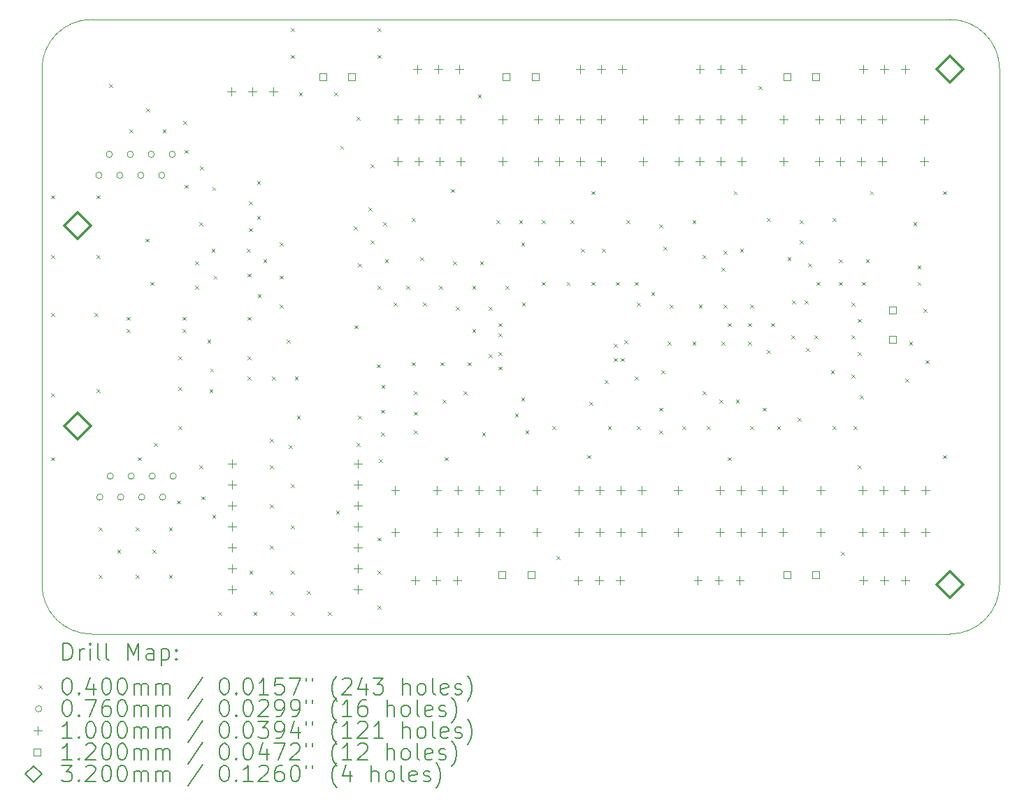
<source format=gbr>
%TF.GenerationSoftware,KiCad,Pcbnew,8.0.4*%
%TF.CreationDate,2024-08-28T22:22:44-04:00*%
%TF.ProjectId,pcb,7063622e-6b69-4636-9164-5f7063625858,1.0*%
%TF.SameCoordinates,Original*%
%TF.FileFunction,Drillmap*%
%TF.FilePolarity,Positive*%
%FSLAX45Y45*%
G04 Gerber Fmt 4.5, Leading zero omitted, Abs format (unit mm)*
G04 Created by KiCad (PCBNEW 8.0.4) date 2024-08-28 22:22:44*
%MOMM*%
%LPD*%
G01*
G04 APERTURE LIST*
%ADD10C,0.050000*%
%ADD11C,0.200000*%
%ADD12C,0.100000*%
%ADD13C,0.120000*%
%ADD14C,0.320000*%
G04 APERTURE END LIST*
D10*
X7917500Y-14200000D02*
X7917500Y-7950000D01*
X8517500Y-14800000D02*
X18917500Y-14800000D01*
X18917500Y-7350000D02*
G75*
G02*
X19517500Y-7950000I0J-600000D01*
G01*
X18917500Y-7350000D02*
X8517500Y-7350000D01*
X8517500Y-14800000D02*
G75*
G02*
X7917500Y-14200000I0J600000D01*
G01*
X19517500Y-14200000D02*
G75*
G02*
X18917500Y-14800000I-600000J0D01*
G01*
X7917500Y-7950000D02*
G75*
G02*
X8517500Y-7350000I600000J0D01*
G01*
X19517500Y-7950000D02*
X19517500Y-14200000D01*
D11*
D12*
X8030000Y-9480000D02*
X8070000Y-9520000D01*
X8070000Y-9480000D02*
X8030000Y-9520000D01*
X8030000Y-10205000D02*
X8070000Y-10245000D01*
X8070000Y-10205000D02*
X8030000Y-10245000D01*
X8030000Y-10905000D02*
X8070000Y-10945000D01*
X8070000Y-10905000D02*
X8030000Y-10945000D01*
X8030000Y-11880000D02*
X8070000Y-11920000D01*
X8070000Y-11880000D02*
X8030000Y-11920000D01*
X8030000Y-12655000D02*
X8070000Y-12695000D01*
X8070000Y-12655000D02*
X8030000Y-12695000D01*
X8555000Y-10905000D02*
X8595000Y-10945000D01*
X8595000Y-10905000D02*
X8555000Y-10945000D01*
X8580000Y-9480000D02*
X8620000Y-9520000D01*
X8620000Y-9480000D02*
X8580000Y-9520000D01*
X8580000Y-10205000D02*
X8620000Y-10245000D01*
X8620000Y-10205000D02*
X8580000Y-10245000D01*
X8580000Y-11830000D02*
X8620000Y-11870000D01*
X8620000Y-11830000D02*
X8580000Y-11870000D01*
X8605000Y-13505000D02*
X8645000Y-13545000D01*
X8645000Y-13505000D02*
X8605000Y-13545000D01*
X8605000Y-14080000D02*
X8645000Y-14120000D01*
X8645000Y-14080000D02*
X8605000Y-14120000D01*
X8730000Y-8130000D02*
X8770000Y-8170000D01*
X8770000Y-8130000D02*
X8730000Y-8170000D01*
X8830000Y-13780000D02*
X8870000Y-13820000D01*
X8870000Y-13780000D02*
X8830000Y-13820000D01*
X8945000Y-10955000D02*
X8985000Y-10995000D01*
X8985000Y-10955000D02*
X8945000Y-10995000D01*
X8945000Y-11105000D02*
X8985000Y-11145000D01*
X8985000Y-11105000D02*
X8945000Y-11145000D01*
X8980000Y-8680000D02*
X9020000Y-8720000D01*
X9020000Y-8680000D02*
X8980000Y-8720000D01*
X9055000Y-13505000D02*
X9095000Y-13545000D01*
X9095000Y-13505000D02*
X9055000Y-13545000D01*
X9055000Y-14080000D02*
X9095000Y-14120000D01*
X9095000Y-14080000D02*
X9055000Y-14120000D01*
X9080000Y-12655000D02*
X9120000Y-12695000D01*
X9120000Y-12655000D02*
X9080000Y-12695000D01*
X9172500Y-10005000D02*
X9212500Y-10045000D01*
X9212500Y-10005000D02*
X9172500Y-10045000D01*
X9180000Y-8430000D02*
X9220000Y-8470000D01*
X9220000Y-8430000D02*
X9180000Y-8470000D01*
X9230000Y-10530000D02*
X9270000Y-10570000D01*
X9270000Y-10530000D02*
X9230000Y-10570000D01*
X9255000Y-13780000D02*
X9295000Y-13820000D01*
X9295000Y-13780000D02*
X9255000Y-13820000D01*
X9272500Y-12480000D02*
X9312500Y-12520000D01*
X9312500Y-12480000D02*
X9272500Y-12520000D01*
X9380000Y-8680000D02*
X9420000Y-8720000D01*
X9420000Y-8680000D02*
X9380000Y-8720000D01*
X9455000Y-13505000D02*
X9495000Y-13545000D01*
X9495000Y-13505000D02*
X9455000Y-13545000D01*
X9455000Y-14080000D02*
X9495000Y-14120000D01*
X9495000Y-14080000D02*
X9455000Y-14120000D01*
X9555000Y-13180000D02*
X9595000Y-13220000D01*
X9595000Y-13180000D02*
X9555000Y-13220000D01*
X9572500Y-11430000D02*
X9612500Y-11470000D01*
X9612500Y-11430000D02*
X9572500Y-11470000D01*
X9572500Y-11805000D02*
X9612500Y-11845000D01*
X9612500Y-11805000D02*
X9572500Y-11845000D01*
X9572500Y-12280000D02*
X9612500Y-12320000D01*
X9612500Y-12280000D02*
X9572500Y-12320000D01*
X9620000Y-10955000D02*
X9660000Y-10995000D01*
X9660000Y-10955000D02*
X9620000Y-10995000D01*
X9622500Y-11105000D02*
X9662500Y-11145000D01*
X9662500Y-11105000D02*
X9622500Y-11145000D01*
X9630000Y-8580000D02*
X9670000Y-8620000D01*
X9670000Y-8580000D02*
X9630000Y-8620000D01*
X9647500Y-8930000D02*
X9687500Y-8970000D01*
X9687500Y-8930000D02*
X9647500Y-8970000D01*
X9647500Y-9355000D02*
X9687500Y-9395000D01*
X9687500Y-9355000D02*
X9647500Y-9395000D01*
X9772500Y-10280000D02*
X9812500Y-10320000D01*
X9812500Y-10280000D02*
X9772500Y-10320000D01*
X9772500Y-10580000D02*
X9812500Y-10620000D01*
X9812500Y-10580000D02*
X9772500Y-10620000D01*
X9822500Y-9805000D02*
X9862500Y-9845000D01*
X9862500Y-9805000D02*
X9822500Y-9845000D01*
X9822500Y-12755000D02*
X9862500Y-12795000D01*
X9862500Y-12755000D02*
X9822500Y-12795000D01*
X9830000Y-9130000D02*
X9870000Y-9170000D01*
X9870000Y-9130000D02*
X9830000Y-9170000D01*
X9847500Y-13130000D02*
X9887500Y-13170000D01*
X9887500Y-13130000D02*
X9847500Y-13170000D01*
X9920000Y-11230000D02*
X9960000Y-11270000D01*
X9960000Y-11230000D02*
X9920000Y-11270000D01*
X9947500Y-11830000D02*
X9987500Y-11870000D01*
X9987500Y-11830000D02*
X9947500Y-11870000D01*
X9955000Y-11580000D02*
X9995000Y-11620000D01*
X9995000Y-11580000D02*
X9955000Y-11620000D01*
X9972500Y-10130000D02*
X10012500Y-10170000D01*
X10012500Y-10130000D02*
X9972500Y-10170000D01*
X9980000Y-9380000D02*
X10020000Y-9420000D01*
X10020000Y-9380000D02*
X9980000Y-9420000D01*
X9980000Y-13355000D02*
X10020000Y-13395000D01*
X10020000Y-13355000D02*
X9980000Y-13395000D01*
X9997500Y-10455000D02*
X10037500Y-10495000D01*
X10037500Y-10455000D02*
X9997500Y-10495000D01*
X10055000Y-14530000D02*
X10095000Y-14570000D01*
X10095000Y-14530000D02*
X10055000Y-14570000D01*
X10397500Y-10130000D02*
X10437500Y-10170000D01*
X10437500Y-10130000D02*
X10397500Y-10170000D01*
X10405000Y-10430000D02*
X10445000Y-10470000D01*
X10445000Y-10430000D02*
X10405000Y-10470000D01*
X10405000Y-10955000D02*
X10445000Y-10995000D01*
X10445000Y-10955000D02*
X10405000Y-10995000D01*
X10405000Y-11430000D02*
X10445000Y-11470000D01*
X10445000Y-11430000D02*
X10405000Y-11470000D01*
X10405000Y-11680000D02*
X10445000Y-11720000D01*
X10445000Y-11680000D02*
X10405000Y-11720000D01*
X10422500Y-9555000D02*
X10462500Y-9595000D01*
X10462500Y-9555000D02*
X10422500Y-9595000D01*
X10422500Y-9880000D02*
X10462500Y-9920000D01*
X10462500Y-9880000D02*
X10422500Y-9920000D01*
X10430000Y-14030000D02*
X10470000Y-14070000D01*
X10470000Y-14030000D02*
X10430000Y-14070000D01*
X10480000Y-14530000D02*
X10520000Y-14570000D01*
X10520000Y-14530000D02*
X10480000Y-14570000D01*
X10522500Y-9305000D02*
X10562500Y-9345000D01*
X10562500Y-9305000D02*
X10522500Y-9345000D01*
X10522500Y-9730000D02*
X10562500Y-9770000D01*
X10562500Y-9730000D02*
X10522500Y-9770000D01*
X10530000Y-10680000D02*
X10570000Y-10720000D01*
X10570000Y-10680000D02*
X10530000Y-10720000D01*
X10597500Y-10255000D02*
X10637500Y-10295000D01*
X10637500Y-10255000D02*
X10597500Y-10295000D01*
X10680000Y-12430000D02*
X10720000Y-12470000D01*
X10720000Y-12430000D02*
X10680000Y-12470000D01*
X10680000Y-12755000D02*
X10720000Y-12795000D01*
X10720000Y-12755000D02*
X10680000Y-12795000D01*
X10680000Y-13230000D02*
X10720000Y-13270000D01*
X10720000Y-13230000D02*
X10680000Y-13270000D01*
X10680000Y-13730000D02*
X10720000Y-13770000D01*
X10720000Y-13730000D02*
X10680000Y-13770000D01*
X10680000Y-14280000D02*
X10720000Y-14320000D01*
X10720000Y-14280000D02*
X10680000Y-14320000D01*
X10705000Y-11680000D02*
X10745000Y-11720000D01*
X10745000Y-11680000D02*
X10705000Y-11720000D01*
X10797500Y-10055000D02*
X10837500Y-10095000D01*
X10837500Y-10055000D02*
X10797500Y-10095000D01*
X10797500Y-10455000D02*
X10837500Y-10495000D01*
X10837500Y-10455000D02*
X10797500Y-10495000D01*
X10797500Y-10805000D02*
X10837500Y-10845000D01*
X10837500Y-10805000D02*
X10797500Y-10845000D01*
X10880000Y-11230000D02*
X10920000Y-11270000D01*
X10920000Y-11230000D02*
X10880000Y-11270000D01*
X10905000Y-12505000D02*
X10945000Y-12545000D01*
X10945000Y-12505000D02*
X10905000Y-12545000D01*
X10930000Y-7455000D02*
X10970000Y-7495000D01*
X10970000Y-7455000D02*
X10930000Y-7495000D01*
X10930000Y-7780000D02*
X10970000Y-7820000D01*
X10970000Y-7780000D02*
X10930000Y-7820000D01*
X10930000Y-12980000D02*
X10970000Y-13020000D01*
X10970000Y-12980000D02*
X10930000Y-13020000D01*
X10930000Y-13480000D02*
X10970000Y-13520000D01*
X10970000Y-13480000D02*
X10930000Y-13520000D01*
X10930000Y-14030000D02*
X10970000Y-14070000D01*
X10970000Y-14030000D02*
X10930000Y-14070000D01*
X10930000Y-14530000D02*
X10970000Y-14570000D01*
X10970000Y-14530000D02*
X10930000Y-14570000D01*
X10980000Y-11680000D02*
X11020000Y-11720000D01*
X11020000Y-11680000D02*
X10980000Y-11720000D01*
X11005000Y-12155000D02*
X11045000Y-12195000D01*
X11045000Y-12155000D02*
X11005000Y-12195000D01*
X11030000Y-8230000D02*
X11070000Y-8270000D01*
X11070000Y-8230000D02*
X11030000Y-8270000D01*
X11130000Y-14280000D02*
X11170000Y-14320000D01*
X11170000Y-14280000D02*
X11130000Y-14320000D01*
X11380000Y-14530000D02*
X11420000Y-14570000D01*
X11420000Y-14530000D02*
X11380000Y-14570000D01*
X11455000Y-8230000D02*
X11495000Y-8270000D01*
X11495000Y-8230000D02*
X11455000Y-8270000D01*
X11480000Y-13305000D02*
X11520000Y-13345000D01*
X11520000Y-13305000D02*
X11480000Y-13345000D01*
X11530000Y-8880000D02*
X11570000Y-8920000D01*
X11570000Y-8880000D02*
X11530000Y-8920000D01*
X11697500Y-9855000D02*
X11737500Y-9895000D01*
X11737500Y-9855000D02*
X11697500Y-9895000D01*
X11705000Y-11055000D02*
X11745000Y-11095000D01*
X11745000Y-11055000D02*
X11705000Y-11095000D01*
X11730000Y-8530000D02*
X11770000Y-8570000D01*
X11770000Y-8530000D02*
X11730000Y-8570000D01*
X11730000Y-12480000D02*
X11770000Y-12520000D01*
X11770000Y-12480000D02*
X11730000Y-12520000D01*
X11747500Y-10305000D02*
X11787500Y-10345000D01*
X11787500Y-10305000D02*
X11747500Y-10345000D01*
X11747500Y-12155000D02*
X11787500Y-12195000D01*
X11787500Y-12155000D02*
X11747500Y-12195000D01*
X11872500Y-9630000D02*
X11912500Y-9670000D01*
X11912500Y-9630000D02*
X11872500Y-9670000D01*
X11897500Y-9105000D02*
X11937500Y-9145000D01*
X11937500Y-9105000D02*
X11897500Y-9145000D01*
X11897500Y-10030000D02*
X11937500Y-10070000D01*
X11937500Y-10030000D02*
X11897500Y-10070000D01*
X11972500Y-11530000D02*
X12012500Y-11570000D01*
X12012500Y-11530000D02*
X11972500Y-11570000D01*
X11980000Y-7455000D02*
X12020000Y-7495000D01*
X12020000Y-7455000D02*
X11980000Y-7495000D01*
X11980000Y-7780000D02*
X12020000Y-7820000D01*
X12020000Y-7780000D02*
X11980000Y-7820000D01*
X11980000Y-10580000D02*
X12020000Y-10620000D01*
X12020000Y-10580000D02*
X11980000Y-10620000D01*
X11980000Y-13630000D02*
X12020000Y-13670000D01*
X12020000Y-13630000D02*
X11980000Y-13670000D01*
X11980000Y-14030000D02*
X12020000Y-14070000D01*
X12020000Y-14030000D02*
X11980000Y-14070000D01*
X11980000Y-14455000D02*
X12020000Y-14495000D01*
X12020000Y-14455000D02*
X11980000Y-14495000D01*
X11997500Y-12680000D02*
X12037500Y-12720000D01*
X12037500Y-12680000D02*
X11997500Y-12720000D01*
X12022500Y-12080000D02*
X12062500Y-12120000D01*
X12062500Y-12080000D02*
X12022500Y-12120000D01*
X12022500Y-12355000D02*
X12062500Y-12395000D01*
X12062500Y-12355000D02*
X12022500Y-12395000D01*
X12030000Y-11780000D02*
X12070000Y-11820000D01*
X12070000Y-11780000D02*
X12030000Y-11820000D01*
X12047500Y-9805000D02*
X12087500Y-9845000D01*
X12087500Y-9805000D02*
X12047500Y-9845000D01*
X12072500Y-10255000D02*
X12112500Y-10295000D01*
X12112500Y-10255000D02*
X12072500Y-10295000D01*
X12180000Y-10780000D02*
X12220000Y-10820000D01*
X12220000Y-10780000D02*
X12180000Y-10820000D01*
X12330000Y-10580000D02*
X12370000Y-10620000D01*
X12370000Y-10580000D02*
X12330000Y-10620000D01*
X12397500Y-9755000D02*
X12437500Y-9795000D01*
X12437500Y-9755000D02*
X12397500Y-9795000D01*
X12397500Y-11505000D02*
X12437500Y-11545000D01*
X12437500Y-11505000D02*
X12397500Y-11545000D01*
X12422500Y-11855000D02*
X12462500Y-11895000D01*
X12462500Y-11855000D02*
X12422500Y-11895000D01*
X12422500Y-12105000D02*
X12462500Y-12145000D01*
X12462500Y-12105000D02*
X12422500Y-12145000D01*
X12422500Y-12330000D02*
X12462500Y-12370000D01*
X12462500Y-12330000D02*
X12422500Y-12370000D01*
X12497500Y-10230000D02*
X12537500Y-10270000D01*
X12537500Y-10230000D02*
X12497500Y-10270000D01*
X12530000Y-10780000D02*
X12570000Y-10820000D01*
X12570000Y-10780000D02*
X12530000Y-10820000D01*
X12730000Y-10580000D02*
X12770000Y-10620000D01*
X12770000Y-10580000D02*
X12730000Y-10620000D01*
X12747500Y-11505000D02*
X12787500Y-11545000D01*
X12787500Y-11505000D02*
X12747500Y-11545000D01*
X12772500Y-11955000D02*
X12812500Y-11995000D01*
X12812500Y-11955000D02*
X12772500Y-11995000D01*
X12797500Y-12655000D02*
X12837500Y-12695000D01*
X12837500Y-12655000D02*
X12797500Y-12695000D01*
X12872500Y-9405000D02*
X12912500Y-9445000D01*
X12912500Y-9405000D02*
X12872500Y-9445000D01*
X12897500Y-10280000D02*
X12937500Y-10320000D01*
X12937500Y-10280000D02*
X12897500Y-10320000D01*
X12930000Y-10830000D02*
X12970000Y-10870000D01*
X12970000Y-10830000D02*
X12930000Y-10870000D01*
X13022500Y-11855000D02*
X13062500Y-11895000D01*
X13062500Y-11855000D02*
X13022500Y-11895000D01*
X13072500Y-11505000D02*
X13112500Y-11545000D01*
X13112500Y-11505000D02*
X13072500Y-11545000D01*
X13130000Y-10580000D02*
X13170000Y-10620000D01*
X13170000Y-10580000D02*
X13130000Y-10620000D01*
X13130000Y-11105000D02*
X13170000Y-11145000D01*
X13170000Y-11105000D02*
X13130000Y-11145000D01*
X13197500Y-8255000D02*
X13237500Y-8295000D01*
X13237500Y-8255000D02*
X13197500Y-8295000D01*
X13222500Y-10280000D02*
X13262500Y-10320000D01*
X13262500Y-10280000D02*
X13222500Y-10320000D01*
X13247500Y-12355000D02*
X13287500Y-12395000D01*
X13287500Y-12355000D02*
X13247500Y-12395000D01*
X13330000Y-10830000D02*
X13370000Y-10870000D01*
X13370000Y-10830000D02*
X13330000Y-10870000D01*
X13330000Y-11405000D02*
X13370000Y-11445000D01*
X13370000Y-11405000D02*
X13330000Y-11445000D01*
X13422500Y-9780000D02*
X13462500Y-9820000D01*
X13462500Y-9780000D02*
X13422500Y-9820000D01*
X13447500Y-11030000D02*
X13487500Y-11070000D01*
X13487500Y-11030000D02*
X13447500Y-11070000D01*
X13447500Y-11155000D02*
X13487500Y-11195000D01*
X13487500Y-11155000D02*
X13447500Y-11195000D01*
X13447500Y-11380000D02*
X13487500Y-11420000D01*
X13487500Y-11380000D02*
X13447500Y-11420000D01*
X13447500Y-11555000D02*
X13487500Y-11595000D01*
X13487500Y-11555000D02*
X13447500Y-11595000D01*
X13530000Y-10580000D02*
X13570000Y-10620000D01*
X13570000Y-10580000D02*
X13530000Y-10620000D01*
X13647500Y-12130000D02*
X13687500Y-12170000D01*
X13687500Y-12130000D02*
X13647500Y-12170000D01*
X13697500Y-9780000D02*
X13737500Y-9820000D01*
X13737500Y-9780000D02*
X13697500Y-9820000D01*
X13722500Y-10055000D02*
X13762500Y-10095000D01*
X13762500Y-10055000D02*
X13722500Y-10095000D01*
X13722500Y-11930000D02*
X13762500Y-11970000D01*
X13762500Y-11930000D02*
X13722500Y-11970000D01*
X13730000Y-10780000D02*
X13770000Y-10820000D01*
X13770000Y-10780000D02*
X13730000Y-10820000D01*
X13772500Y-12330000D02*
X13812500Y-12370000D01*
X13812500Y-12330000D02*
X13772500Y-12370000D01*
X13972500Y-9780000D02*
X14012500Y-9820000D01*
X14012500Y-9780000D02*
X13972500Y-9820000D01*
X13972500Y-10530000D02*
X14012500Y-10570000D01*
X14012500Y-10530000D02*
X13972500Y-10570000D01*
X14097500Y-12280000D02*
X14137500Y-12320000D01*
X14137500Y-12280000D02*
X14097500Y-12320000D01*
X14147500Y-13855000D02*
X14187500Y-13895000D01*
X14187500Y-13855000D02*
X14147500Y-13895000D01*
X14272500Y-10530000D02*
X14312500Y-10570000D01*
X14312500Y-10530000D02*
X14272500Y-10570000D01*
X14322500Y-9780000D02*
X14362500Y-9820000D01*
X14362500Y-9780000D02*
X14322500Y-9820000D01*
X14447500Y-10130000D02*
X14487500Y-10170000D01*
X14487500Y-10130000D02*
X14447500Y-10170000D01*
X14522500Y-12630000D02*
X14562500Y-12670000D01*
X14562500Y-12630000D02*
X14522500Y-12670000D01*
X14547500Y-11980000D02*
X14587500Y-12020000D01*
X14587500Y-11980000D02*
X14547500Y-12020000D01*
X14572500Y-9430000D02*
X14612500Y-9470000D01*
X14612500Y-9430000D02*
X14572500Y-9470000D01*
X14572500Y-10530000D02*
X14612500Y-10570000D01*
X14612500Y-10530000D02*
X14572500Y-10570000D01*
X14697500Y-10130000D02*
X14737500Y-10170000D01*
X14737500Y-10130000D02*
X14697500Y-10170000D01*
X14735000Y-11717500D02*
X14775000Y-11757500D01*
X14775000Y-11717500D02*
X14735000Y-11757500D01*
X14772500Y-12280000D02*
X14812500Y-12320000D01*
X14812500Y-12280000D02*
X14772500Y-12320000D01*
X14847500Y-11280000D02*
X14887500Y-11320000D01*
X14887500Y-11280000D02*
X14847500Y-11320000D01*
X14847500Y-11455000D02*
X14887500Y-11495000D01*
X14887500Y-11455000D02*
X14847500Y-11495000D01*
X14872500Y-10530000D02*
X14912500Y-10570000D01*
X14912500Y-10530000D02*
X14872500Y-10570000D01*
X14927500Y-11455000D02*
X14967500Y-11495000D01*
X14967500Y-11455000D02*
X14927500Y-11495000D01*
X14972500Y-11240000D02*
X15012500Y-11280000D01*
X15012500Y-11240000D02*
X14972500Y-11280000D01*
X14997500Y-9780000D02*
X15037500Y-9820000D01*
X15037500Y-9780000D02*
X14997500Y-9820000D01*
X15097500Y-10530000D02*
X15137500Y-10570000D01*
X15137500Y-10530000D02*
X15097500Y-10570000D01*
X15097500Y-11680000D02*
X15137500Y-11720000D01*
X15137500Y-11680000D02*
X15097500Y-11720000D01*
X15122500Y-10780000D02*
X15162500Y-10820000D01*
X15162500Y-10780000D02*
X15122500Y-10820000D01*
X15122500Y-12280000D02*
X15162500Y-12320000D01*
X15162500Y-12280000D02*
X15122500Y-12320000D01*
X15297500Y-10655000D02*
X15337500Y-10695000D01*
X15337500Y-10655000D02*
X15297500Y-10695000D01*
X15397500Y-9830000D02*
X15437500Y-9870000D01*
X15437500Y-9830000D02*
X15397500Y-9870000D01*
X15397500Y-12055000D02*
X15437500Y-12095000D01*
X15437500Y-12055000D02*
X15397500Y-12095000D01*
X15397500Y-12330000D02*
X15437500Y-12370000D01*
X15437500Y-12330000D02*
X15397500Y-12370000D01*
X15422500Y-11605000D02*
X15462500Y-11645000D01*
X15462500Y-11605000D02*
X15422500Y-11645000D01*
X15447500Y-10105000D02*
X15487500Y-10145000D01*
X15487500Y-10105000D02*
X15447500Y-10145000D01*
X15497500Y-11255000D02*
X15537500Y-11295000D01*
X15537500Y-11255000D02*
X15497500Y-11295000D01*
X15522500Y-10805000D02*
X15562500Y-10845000D01*
X15562500Y-10805000D02*
X15522500Y-10845000D01*
X15672500Y-12280000D02*
X15712500Y-12320000D01*
X15712500Y-12280000D02*
X15672500Y-12320000D01*
X15797500Y-9780000D02*
X15837500Y-9820000D01*
X15837500Y-9780000D02*
X15797500Y-9820000D01*
X15797500Y-11255000D02*
X15837500Y-11295000D01*
X15837500Y-11255000D02*
X15797500Y-11295000D01*
X15872500Y-10805000D02*
X15912500Y-10845000D01*
X15912500Y-10805000D02*
X15872500Y-10845000D01*
X15922500Y-10205000D02*
X15962500Y-10245000D01*
X15962500Y-10205000D02*
X15922500Y-10245000D01*
X15922500Y-11855000D02*
X15962500Y-11895000D01*
X15962500Y-11855000D02*
X15922500Y-11895000D01*
X15972500Y-12280000D02*
X16012500Y-12320000D01*
X16012500Y-12280000D02*
X15972500Y-12320000D01*
X16122500Y-11955000D02*
X16162500Y-11995000D01*
X16162500Y-11955000D02*
X16122500Y-11995000D01*
X16147500Y-10355000D02*
X16187500Y-10395000D01*
X16187500Y-10355000D02*
X16147500Y-10395000D01*
X16147500Y-11255000D02*
X16187500Y-11295000D01*
X16187500Y-11255000D02*
X16147500Y-11295000D01*
X16172500Y-10155000D02*
X16212500Y-10195000D01*
X16212500Y-10155000D02*
X16172500Y-10195000D01*
X16172500Y-10805000D02*
X16212500Y-10845000D01*
X16212500Y-10805000D02*
X16172500Y-10845000D01*
X16222500Y-11030000D02*
X16262500Y-11070000D01*
X16262500Y-11030000D02*
X16222500Y-11070000D01*
X16222500Y-12655000D02*
X16262500Y-12695000D01*
X16262500Y-12655000D02*
X16222500Y-12695000D01*
X16297500Y-9430000D02*
X16337500Y-9470000D01*
X16337500Y-9430000D02*
X16297500Y-9470000D01*
X16322500Y-11955000D02*
X16362500Y-11995000D01*
X16362500Y-11955000D02*
X16322500Y-11995000D01*
X16372500Y-10130000D02*
X16412500Y-10170000D01*
X16412500Y-10130000D02*
X16372500Y-10170000D01*
X16472500Y-11030000D02*
X16512500Y-11070000D01*
X16512500Y-11030000D02*
X16472500Y-11070000D01*
X16472500Y-11255000D02*
X16512500Y-11295000D01*
X16512500Y-11255000D02*
X16472500Y-11295000D01*
X16497500Y-10805000D02*
X16537500Y-10845000D01*
X16537500Y-10805000D02*
X16497500Y-10845000D01*
X16497500Y-12280000D02*
X16537500Y-12320000D01*
X16537500Y-12280000D02*
X16497500Y-12320000D01*
X16597500Y-8155000D02*
X16637500Y-8195000D01*
X16637500Y-8155000D02*
X16597500Y-8195000D01*
X16647500Y-12055000D02*
X16687500Y-12095000D01*
X16687500Y-12055000D02*
X16647500Y-12095000D01*
X16697500Y-9755000D02*
X16737500Y-9795000D01*
X16737500Y-9755000D02*
X16697500Y-9795000D01*
X16697500Y-11355000D02*
X16737500Y-11395000D01*
X16737500Y-11355000D02*
X16697500Y-11395000D01*
X16747500Y-11030000D02*
X16787500Y-11070000D01*
X16787500Y-11030000D02*
X16747500Y-11070000D01*
X16822500Y-12280000D02*
X16862500Y-12320000D01*
X16862500Y-12280000D02*
X16822500Y-12320000D01*
X16947500Y-10230000D02*
X16987500Y-10270000D01*
X16987500Y-10230000D02*
X16947500Y-10270000D01*
X16997500Y-11180000D02*
X17037500Y-11220000D01*
X17037500Y-11180000D02*
X16997500Y-11220000D01*
X17005000Y-10755000D02*
X17045000Y-10795000D01*
X17045000Y-10755000D02*
X17005000Y-10795000D01*
X17072500Y-12180000D02*
X17112500Y-12220000D01*
X17112500Y-12180000D02*
X17072500Y-12220000D01*
X17097500Y-9780000D02*
X17137500Y-9820000D01*
X17137500Y-9780000D02*
X17097500Y-9820000D01*
X17097500Y-10030000D02*
X17137500Y-10070000D01*
X17137500Y-10030000D02*
X17097500Y-10070000D01*
X17155000Y-10755000D02*
X17195000Y-10795000D01*
X17195000Y-10755000D02*
X17155000Y-10795000D01*
X17172500Y-11330000D02*
X17212500Y-11370000D01*
X17212500Y-11330000D02*
X17172500Y-11370000D01*
X17197500Y-10305000D02*
X17237500Y-10345000D01*
X17237500Y-10305000D02*
X17197500Y-10345000D01*
X17272500Y-11180000D02*
X17312500Y-11220000D01*
X17312500Y-11180000D02*
X17272500Y-11220000D01*
X17297500Y-10530000D02*
X17337500Y-10570000D01*
X17337500Y-10530000D02*
X17297500Y-10570000D01*
X17472500Y-11605000D02*
X17512500Y-11645000D01*
X17512500Y-11605000D02*
X17472500Y-11645000D01*
X17497500Y-9755000D02*
X17537500Y-9795000D01*
X17537500Y-9755000D02*
X17497500Y-9795000D01*
X17497500Y-12280000D02*
X17537500Y-12320000D01*
X17537500Y-12280000D02*
X17497500Y-12320000D01*
X17572500Y-10255000D02*
X17612500Y-10295000D01*
X17612500Y-10255000D02*
X17572500Y-10295000D01*
X17572500Y-10530000D02*
X17612500Y-10570000D01*
X17612500Y-10530000D02*
X17572500Y-10570000D01*
X17597500Y-13805000D02*
X17637500Y-13845000D01*
X17637500Y-13805000D02*
X17597500Y-13845000D01*
X17722500Y-10780000D02*
X17762500Y-10820000D01*
X17762500Y-10780000D02*
X17722500Y-10820000D01*
X17722500Y-11180000D02*
X17762500Y-11220000D01*
X17762500Y-11180000D02*
X17722500Y-11220000D01*
X17722500Y-11655000D02*
X17762500Y-11695000D01*
X17762500Y-11655000D02*
X17722500Y-11695000D01*
X17747500Y-12280000D02*
X17787500Y-12320000D01*
X17787500Y-12280000D02*
X17747500Y-12320000D01*
X17797500Y-10980000D02*
X17837500Y-11020000D01*
X17837500Y-10980000D02*
X17797500Y-11020000D01*
X17797500Y-11380000D02*
X17837500Y-11420000D01*
X17837500Y-11380000D02*
X17797500Y-11420000D01*
X17797500Y-12755000D02*
X17837500Y-12795000D01*
X17837500Y-12755000D02*
X17797500Y-12795000D01*
X17822500Y-11905000D02*
X17862500Y-11945000D01*
X17862500Y-11905000D02*
X17822500Y-11945000D01*
X17847500Y-10530000D02*
X17887500Y-10570000D01*
X17887500Y-10530000D02*
X17847500Y-10570000D01*
X17897500Y-10255000D02*
X17937500Y-10295000D01*
X17937500Y-10255000D02*
X17897500Y-10295000D01*
X17947500Y-9430000D02*
X17987500Y-9470000D01*
X17987500Y-9430000D02*
X17947500Y-9470000D01*
X18372500Y-11705000D02*
X18412500Y-11745000D01*
X18412500Y-11705000D02*
X18372500Y-11745000D01*
X18422500Y-11255000D02*
X18462500Y-11295000D01*
X18462500Y-11255000D02*
X18422500Y-11295000D01*
X18472500Y-9805000D02*
X18512500Y-9845000D01*
X18512500Y-9805000D02*
X18472500Y-9845000D01*
X18522500Y-10330000D02*
X18562500Y-10370000D01*
X18562500Y-10330000D02*
X18522500Y-10370000D01*
X18522500Y-10530000D02*
X18562500Y-10570000D01*
X18562500Y-10530000D02*
X18522500Y-10570000D01*
X18597500Y-10855000D02*
X18637500Y-10895000D01*
X18637500Y-10855000D02*
X18597500Y-10895000D01*
X18622500Y-11480000D02*
X18662500Y-11520000D01*
X18662500Y-11480000D02*
X18622500Y-11520000D01*
X18830000Y-9430000D02*
X18870000Y-9470000D01*
X18870000Y-9430000D02*
X18830000Y-9470000D01*
X18830000Y-12630000D02*
X18870000Y-12670000D01*
X18870000Y-12630000D02*
X18830000Y-12670000D01*
X8644750Y-9239000D02*
G75*
G02*
X8568750Y-9239000I-38000J0D01*
G01*
X8568750Y-9239000D02*
G75*
G02*
X8644750Y-9239000I38000J0D01*
G01*
X8655500Y-13140000D02*
G75*
G02*
X8579500Y-13140000I-38000J0D01*
G01*
X8579500Y-13140000D02*
G75*
G02*
X8655500Y-13140000I38000J0D01*
G01*
X8771750Y-8985000D02*
G75*
G02*
X8695750Y-8985000I-38000J0D01*
G01*
X8695750Y-8985000D02*
G75*
G02*
X8771750Y-8985000I38000J0D01*
G01*
X8782500Y-12886000D02*
G75*
G02*
X8706500Y-12886000I-38000J0D01*
G01*
X8706500Y-12886000D02*
G75*
G02*
X8782500Y-12886000I38000J0D01*
G01*
X8898750Y-9239000D02*
G75*
G02*
X8822750Y-9239000I-38000J0D01*
G01*
X8822750Y-9239000D02*
G75*
G02*
X8898750Y-9239000I38000J0D01*
G01*
X8909500Y-13140000D02*
G75*
G02*
X8833500Y-13140000I-38000J0D01*
G01*
X8833500Y-13140000D02*
G75*
G02*
X8909500Y-13140000I38000J0D01*
G01*
X9025750Y-8985000D02*
G75*
G02*
X8949750Y-8985000I-38000J0D01*
G01*
X8949750Y-8985000D02*
G75*
G02*
X9025750Y-8985000I38000J0D01*
G01*
X9036500Y-12886000D02*
G75*
G02*
X8960500Y-12886000I-38000J0D01*
G01*
X8960500Y-12886000D02*
G75*
G02*
X9036500Y-12886000I38000J0D01*
G01*
X9152750Y-9239000D02*
G75*
G02*
X9076750Y-9239000I-38000J0D01*
G01*
X9076750Y-9239000D02*
G75*
G02*
X9152750Y-9239000I38000J0D01*
G01*
X9163500Y-13140000D02*
G75*
G02*
X9087500Y-13140000I-38000J0D01*
G01*
X9087500Y-13140000D02*
G75*
G02*
X9163500Y-13140000I38000J0D01*
G01*
X9279750Y-8985000D02*
G75*
G02*
X9203750Y-8985000I-38000J0D01*
G01*
X9203750Y-8985000D02*
G75*
G02*
X9279750Y-8985000I38000J0D01*
G01*
X9290500Y-12886000D02*
G75*
G02*
X9214500Y-12886000I-38000J0D01*
G01*
X9214500Y-12886000D02*
G75*
G02*
X9290500Y-12886000I38000J0D01*
G01*
X9406750Y-9239000D02*
G75*
G02*
X9330750Y-9239000I-38000J0D01*
G01*
X9330750Y-9239000D02*
G75*
G02*
X9406750Y-9239000I38000J0D01*
G01*
X9417500Y-13140000D02*
G75*
G02*
X9341500Y-13140000I-38000J0D01*
G01*
X9341500Y-13140000D02*
G75*
G02*
X9417500Y-13140000I38000J0D01*
G01*
X9533750Y-8985000D02*
G75*
G02*
X9457750Y-8985000I-38000J0D01*
G01*
X9457750Y-8985000D02*
G75*
G02*
X9533750Y-8985000I38000J0D01*
G01*
X9544500Y-12886000D02*
G75*
G02*
X9468500Y-12886000I-38000J0D01*
G01*
X9468500Y-12886000D02*
G75*
G02*
X9544500Y-12886000I38000J0D01*
G01*
X10212000Y-8175000D02*
X10212000Y-8275000D01*
X10162000Y-8225000D02*
X10262000Y-8225000D01*
X10217500Y-12688000D02*
X10217500Y-12788000D01*
X10167500Y-12738000D02*
X10267500Y-12738000D01*
X10217500Y-12942000D02*
X10217500Y-13042000D01*
X10167500Y-12992000D02*
X10267500Y-12992000D01*
X10217500Y-13196000D02*
X10217500Y-13296000D01*
X10167500Y-13246000D02*
X10267500Y-13246000D01*
X10217500Y-13450000D02*
X10217500Y-13550000D01*
X10167500Y-13500000D02*
X10267500Y-13500000D01*
X10217500Y-13704000D02*
X10217500Y-13804000D01*
X10167500Y-13754000D02*
X10267500Y-13754000D01*
X10217500Y-13958000D02*
X10217500Y-14058000D01*
X10167500Y-14008000D02*
X10267500Y-14008000D01*
X10217500Y-14212000D02*
X10217500Y-14312000D01*
X10167500Y-14262000D02*
X10267500Y-14262000D01*
X10466000Y-8175000D02*
X10466000Y-8275000D01*
X10416000Y-8225000D02*
X10516000Y-8225000D01*
X10720000Y-8175000D02*
X10720000Y-8275000D01*
X10670000Y-8225000D02*
X10770000Y-8225000D01*
X11741500Y-12688000D02*
X11741500Y-12788000D01*
X11691500Y-12738000D02*
X11791500Y-12738000D01*
X11741500Y-12942000D02*
X11741500Y-13042000D01*
X11691500Y-12992000D02*
X11791500Y-12992000D01*
X11741500Y-13196000D02*
X11741500Y-13296000D01*
X11691500Y-13246000D02*
X11791500Y-13246000D01*
X11741500Y-13450000D02*
X11741500Y-13550000D01*
X11691500Y-13500000D02*
X11791500Y-13500000D01*
X11741500Y-13704000D02*
X11741500Y-13804000D01*
X11691500Y-13754000D02*
X11791500Y-13754000D01*
X11741500Y-13958000D02*
X11741500Y-14058000D01*
X11691500Y-14008000D02*
X11791500Y-14008000D01*
X11741500Y-14212000D02*
X11741500Y-14312000D01*
X11691500Y-14262000D02*
X11791500Y-14262000D01*
X12196750Y-13007750D02*
X12196750Y-13107750D01*
X12146750Y-13057750D02*
X12246750Y-13057750D01*
X12196750Y-13515750D02*
X12196750Y-13615750D01*
X12146750Y-13565750D02*
X12246750Y-13565750D01*
X12230500Y-8509250D02*
X12230500Y-8609250D01*
X12180500Y-8559250D02*
X12280500Y-8559250D01*
X12230500Y-9017250D02*
X12230500Y-9117250D01*
X12180500Y-9067250D02*
X12280500Y-9067250D01*
X12438500Y-14100000D02*
X12438500Y-14200000D01*
X12388500Y-14150000D02*
X12488500Y-14150000D01*
X12462000Y-7900000D02*
X12462000Y-8000000D01*
X12412000Y-7950000D02*
X12512000Y-7950000D01*
X12484500Y-8509250D02*
X12484500Y-8609250D01*
X12434500Y-8559250D02*
X12534500Y-8559250D01*
X12484500Y-9017250D02*
X12484500Y-9117250D01*
X12434500Y-9067250D02*
X12534500Y-9067250D01*
X12692500Y-14100000D02*
X12692500Y-14200000D01*
X12642500Y-14150000D02*
X12742500Y-14150000D01*
X12704750Y-13007750D02*
X12704750Y-13107750D01*
X12654750Y-13057750D02*
X12754750Y-13057750D01*
X12704750Y-13515750D02*
X12704750Y-13615750D01*
X12654750Y-13565750D02*
X12754750Y-13565750D01*
X12716000Y-7900000D02*
X12716000Y-8000000D01*
X12666000Y-7950000D02*
X12766000Y-7950000D01*
X12738500Y-8509250D02*
X12738500Y-8609250D01*
X12688500Y-8559250D02*
X12788500Y-8559250D01*
X12738500Y-9017250D02*
X12738500Y-9117250D01*
X12688500Y-9067250D02*
X12788500Y-9067250D01*
X12946500Y-14100000D02*
X12946500Y-14200000D01*
X12896500Y-14150000D02*
X12996500Y-14150000D01*
X12958750Y-13007750D02*
X12958750Y-13107750D01*
X12908750Y-13057750D02*
X13008750Y-13057750D01*
X12958750Y-13515750D02*
X12958750Y-13615750D01*
X12908750Y-13565750D02*
X13008750Y-13565750D01*
X12970000Y-7900000D02*
X12970000Y-8000000D01*
X12920000Y-7950000D02*
X13020000Y-7950000D01*
X12992500Y-8509250D02*
X12992500Y-8609250D01*
X12942500Y-8559250D02*
X13042500Y-8559250D01*
X12992500Y-9017250D02*
X12992500Y-9117250D01*
X12942500Y-9067250D02*
X13042500Y-9067250D01*
X13212750Y-13007750D02*
X13212750Y-13107750D01*
X13162750Y-13057750D02*
X13262750Y-13057750D01*
X13212750Y-13515750D02*
X13212750Y-13615750D01*
X13162750Y-13565750D02*
X13262750Y-13565750D01*
X13466750Y-13007750D02*
X13466750Y-13107750D01*
X13416750Y-13057750D02*
X13516750Y-13057750D01*
X13466750Y-13515750D02*
X13466750Y-13615750D01*
X13416750Y-13565750D02*
X13516750Y-13565750D01*
X13500500Y-8509250D02*
X13500500Y-8609250D01*
X13450500Y-8559250D02*
X13550500Y-8559250D01*
X13500500Y-9017250D02*
X13500500Y-9117250D01*
X13450500Y-9067250D02*
X13550500Y-9067250D01*
X13909750Y-13007750D02*
X13909750Y-13107750D01*
X13859750Y-13057750D02*
X13959750Y-13057750D01*
X13909750Y-13515750D02*
X13909750Y-13615750D01*
X13859750Y-13565750D02*
X13959750Y-13565750D01*
X13930500Y-8509250D02*
X13930500Y-8609250D01*
X13880500Y-8559250D02*
X13980500Y-8559250D01*
X13930500Y-9017250D02*
X13930500Y-9117250D01*
X13880500Y-9067250D02*
X13980500Y-9067250D01*
X14184500Y-8509250D02*
X14184500Y-8609250D01*
X14134500Y-8559250D02*
X14234500Y-8559250D01*
X14184500Y-9017250D02*
X14184500Y-9117250D01*
X14134500Y-9067250D02*
X14234500Y-9067250D01*
X14413500Y-14100000D02*
X14413500Y-14200000D01*
X14363500Y-14150000D02*
X14463500Y-14150000D01*
X14417750Y-13007750D02*
X14417750Y-13107750D01*
X14367750Y-13057750D02*
X14467750Y-13057750D01*
X14417750Y-13515750D02*
X14417750Y-13615750D01*
X14367750Y-13565750D02*
X14467750Y-13565750D01*
X14437000Y-7900000D02*
X14437000Y-8000000D01*
X14387000Y-7950000D02*
X14487000Y-7950000D01*
X14438500Y-8509250D02*
X14438500Y-8609250D01*
X14388500Y-8559250D02*
X14488500Y-8559250D01*
X14438500Y-9017250D02*
X14438500Y-9117250D01*
X14388500Y-9067250D02*
X14488500Y-9067250D01*
X14667500Y-14100000D02*
X14667500Y-14200000D01*
X14617500Y-14150000D02*
X14717500Y-14150000D01*
X14671750Y-13007750D02*
X14671750Y-13107750D01*
X14621750Y-13057750D02*
X14721750Y-13057750D01*
X14671750Y-13515750D02*
X14671750Y-13615750D01*
X14621750Y-13565750D02*
X14721750Y-13565750D01*
X14691000Y-7900000D02*
X14691000Y-8000000D01*
X14641000Y-7950000D02*
X14741000Y-7950000D01*
X14692500Y-8509250D02*
X14692500Y-8609250D01*
X14642500Y-8559250D02*
X14742500Y-8559250D01*
X14692500Y-9017250D02*
X14692500Y-9117250D01*
X14642500Y-9067250D02*
X14742500Y-9067250D01*
X14921500Y-14100000D02*
X14921500Y-14200000D01*
X14871500Y-14150000D02*
X14971500Y-14150000D01*
X14925750Y-13007750D02*
X14925750Y-13107750D01*
X14875750Y-13057750D02*
X14975750Y-13057750D01*
X14925750Y-13515750D02*
X14925750Y-13615750D01*
X14875750Y-13565750D02*
X14975750Y-13565750D01*
X14945000Y-7900000D02*
X14945000Y-8000000D01*
X14895000Y-7950000D02*
X14995000Y-7950000D01*
X15179750Y-13007750D02*
X15179750Y-13107750D01*
X15129750Y-13057750D02*
X15229750Y-13057750D01*
X15179750Y-13515750D02*
X15179750Y-13615750D01*
X15129750Y-13565750D02*
X15229750Y-13565750D01*
X15200500Y-8509250D02*
X15200500Y-8609250D01*
X15150500Y-8559250D02*
X15250500Y-8559250D01*
X15200500Y-9017250D02*
X15200500Y-9117250D01*
X15150500Y-9067250D02*
X15250500Y-9067250D01*
X15621750Y-13007750D02*
X15621750Y-13107750D01*
X15571750Y-13057750D02*
X15671750Y-13057750D01*
X15621750Y-13515750D02*
X15621750Y-13615750D01*
X15571750Y-13565750D02*
X15671750Y-13565750D01*
X15630500Y-8509250D02*
X15630500Y-8609250D01*
X15580500Y-8559250D02*
X15680500Y-8559250D01*
X15630500Y-9017250D02*
X15630500Y-9117250D01*
X15580500Y-9067250D02*
X15680500Y-9067250D01*
X15863500Y-14100000D02*
X15863500Y-14200000D01*
X15813500Y-14150000D02*
X15913500Y-14150000D01*
X15884500Y-8509250D02*
X15884500Y-8609250D01*
X15834500Y-8559250D02*
X15934500Y-8559250D01*
X15884500Y-9017250D02*
X15884500Y-9117250D01*
X15834500Y-9067250D02*
X15934500Y-9067250D01*
X15888500Y-7900000D02*
X15888500Y-8000000D01*
X15838500Y-7950000D02*
X15938500Y-7950000D01*
X16117500Y-14100000D02*
X16117500Y-14200000D01*
X16067500Y-14150000D02*
X16167500Y-14150000D01*
X16129750Y-13007750D02*
X16129750Y-13107750D01*
X16079750Y-13057750D02*
X16179750Y-13057750D01*
X16129750Y-13515750D02*
X16129750Y-13615750D01*
X16079750Y-13565750D02*
X16179750Y-13565750D01*
X16138500Y-8509250D02*
X16138500Y-8609250D01*
X16088500Y-8559250D02*
X16188500Y-8559250D01*
X16138500Y-9017250D02*
X16138500Y-9117250D01*
X16088500Y-9067250D02*
X16188500Y-9067250D01*
X16142500Y-7900000D02*
X16142500Y-8000000D01*
X16092500Y-7950000D02*
X16192500Y-7950000D01*
X16371500Y-14100000D02*
X16371500Y-14200000D01*
X16321500Y-14150000D02*
X16421500Y-14150000D01*
X16383750Y-13007750D02*
X16383750Y-13107750D01*
X16333750Y-13057750D02*
X16433750Y-13057750D01*
X16383750Y-13515750D02*
X16383750Y-13615750D01*
X16333750Y-13565750D02*
X16433750Y-13565750D01*
X16392500Y-8509250D02*
X16392500Y-8609250D01*
X16342500Y-8559250D02*
X16442500Y-8559250D01*
X16392500Y-9017250D02*
X16392500Y-9117250D01*
X16342500Y-9067250D02*
X16442500Y-9067250D01*
X16396500Y-7900000D02*
X16396500Y-8000000D01*
X16346500Y-7950000D02*
X16446500Y-7950000D01*
X16637750Y-13007750D02*
X16637750Y-13107750D01*
X16587750Y-13057750D02*
X16687750Y-13057750D01*
X16637750Y-13515750D02*
X16637750Y-13615750D01*
X16587750Y-13565750D02*
X16687750Y-13565750D01*
X16891750Y-13007750D02*
X16891750Y-13107750D01*
X16841750Y-13057750D02*
X16941750Y-13057750D01*
X16891750Y-13515750D02*
X16891750Y-13615750D01*
X16841750Y-13565750D02*
X16941750Y-13565750D01*
X16900500Y-8509250D02*
X16900500Y-8609250D01*
X16850500Y-8559250D02*
X16950500Y-8559250D01*
X16900500Y-9017250D02*
X16900500Y-9117250D01*
X16850500Y-9067250D02*
X16950500Y-9067250D01*
X17330500Y-8509250D02*
X17330500Y-8609250D01*
X17280500Y-8559250D02*
X17380500Y-8559250D01*
X17330500Y-9017250D02*
X17330500Y-9117250D01*
X17280500Y-9067250D02*
X17380500Y-9067250D01*
X17346750Y-13007750D02*
X17346750Y-13107750D01*
X17296750Y-13057750D02*
X17396750Y-13057750D01*
X17346750Y-13515750D02*
X17346750Y-13615750D01*
X17296750Y-13565750D02*
X17396750Y-13565750D01*
X17584500Y-8509250D02*
X17584500Y-8609250D01*
X17534500Y-8559250D02*
X17634500Y-8559250D01*
X17584500Y-9017250D02*
X17584500Y-9117250D01*
X17534500Y-9067250D02*
X17634500Y-9067250D01*
X17838500Y-8509250D02*
X17838500Y-8609250D01*
X17788500Y-8559250D02*
X17888500Y-8559250D01*
X17838500Y-9017250D02*
X17838500Y-9117250D01*
X17788500Y-9067250D02*
X17888500Y-9067250D01*
X17854750Y-13007750D02*
X17854750Y-13107750D01*
X17804750Y-13057750D02*
X17904750Y-13057750D01*
X17854750Y-13515750D02*
X17854750Y-13615750D01*
X17804750Y-13565750D02*
X17904750Y-13565750D01*
X17863500Y-7900000D02*
X17863500Y-8000000D01*
X17813500Y-7950000D02*
X17913500Y-7950000D01*
X17865000Y-14100000D02*
X17865000Y-14200000D01*
X17815000Y-14150000D02*
X17915000Y-14150000D01*
X18092500Y-8509250D02*
X18092500Y-8609250D01*
X18042500Y-8559250D02*
X18142500Y-8559250D01*
X18092500Y-9017250D02*
X18092500Y-9117250D01*
X18042500Y-9067250D02*
X18142500Y-9067250D01*
X18108750Y-13007750D02*
X18108750Y-13107750D01*
X18058750Y-13057750D02*
X18158750Y-13057750D01*
X18108750Y-13515750D02*
X18108750Y-13615750D01*
X18058750Y-13565750D02*
X18158750Y-13565750D01*
X18117500Y-7900000D02*
X18117500Y-8000000D01*
X18067500Y-7950000D02*
X18167500Y-7950000D01*
X18119000Y-14100000D02*
X18119000Y-14200000D01*
X18069000Y-14150000D02*
X18169000Y-14150000D01*
X18362750Y-13007750D02*
X18362750Y-13107750D01*
X18312750Y-13057750D02*
X18412750Y-13057750D01*
X18362750Y-13515750D02*
X18362750Y-13615750D01*
X18312750Y-13565750D02*
X18412750Y-13565750D01*
X18371500Y-7900000D02*
X18371500Y-8000000D01*
X18321500Y-7950000D02*
X18421500Y-7950000D01*
X18373000Y-14100000D02*
X18373000Y-14200000D01*
X18323000Y-14150000D02*
X18423000Y-14150000D01*
X18600500Y-8509250D02*
X18600500Y-8609250D01*
X18550500Y-8559250D02*
X18650500Y-8559250D01*
X18600500Y-9017250D02*
X18600500Y-9117250D01*
X18550500Y-9067250D02*
X18650500Y-9067250D01*
X18616750Y-13007750D02*
X18616750Y-13107750D01*
X18566750Y-13057750D02*
X18666750Y-13057750D01*
X18616750Y-13515750D02*
X18616750Y-13615750D01*
X18566750Y-13565750D02*
X18666750Y-13565750D01*
D13*
X11359927Y-8087427D02*
X11359927Y-8002573D01*
X11275073Y-8002573D01*
X11275073Y-8087427D01*
X11359927Y-8087427D01*
X11709927Y-8087427D02*
X11709927Y-8002573D01*
X11625073Y-8002573D01*
X11625073Y-8087427D01*
X11709927Y-8087427D01*
X13534927Y-14122427D02*
X13534927Y-14037573D01*
X13450073Y-14037573D01*
X13450073Y-14122427D01*
X13534927Y-14122427D01*
X13584927Y-8087427D02*
X13584927Y-8002573D01*
X13500073Y-8002573D01*
X13500073Y-8087427D01*
X13584927Y-8087427D01*
X13884927Y-14122427D02*
X13884927Y-14037573D01*
X13800073Y-14037573D01*
X13800073Y-14122427D01*
X13884927Y-14122427D01*
X13934927Y-8087427D02*
X13934927Y-8002573D01*
X13850073Y-8002573D01*
X13850073Y-8087427D01*
X13934927Y-8087427D01*
X16984927Y-8087427D02*
X16984927Y-8002573D01*
X16900073Y-8002573D01*
X16900073Y-8087427D01*
X16984927Y-8087427D01*
X16984927Y-14122427D02*
X16984927Y-14037573D01*
X16900073Y-14037573D01*
X16900073Y-14122427D01*
X16984927Y-14122427D01*
X17334927Y-8087427D02*
X17334927Y-8002573D01*
X17250073Y-8002573D01*
X17250073Y-8087427D01*
X17334927Y-8087427D01*
X17334927Y-14122427D02*
X17334927Y-14037573D01*
X17250073Y-14037573D01*
X17250073Y-14122427D01*
X17334927Y-14122427D01*
X18264927Y-10917427D02*
X18264927Y-10832573D01*
X18180073Y-10832573D01*
X18180073Y-10917427D01*
X18264927Y-10917427D01*
X18264927Y-11267427D02*
X18264927Y-11182573D01*
X18180073Y-11182573D01*
X18180073Y-11267427D01*
X18264927Y-11267427D01*
D14*
X8350000Y-10010000D02*
X8510000Y-9850000D01*
X8350000Y-9690000D01*
X8190000Y-9850000D01*
X8350000Y-10010000D01*
X8350000Y-12435000D02*
X8510000Y-12275000D01*
X8350000Y-12115000D01*
X8190000Y-12275000D01*
X8350000Y-12435000D01*
X18917500Y-14360000D02*
X19077500Y-14200000D01*
X18917500Y-14040000D01*
X18757500Y-14200000D01*
X18917500Y-14360000D01*
X18917500Y-8110000D02*
X19077500Y-7950000D01*
X18917500Y-7790000D01*
X18757500Y-7950000D01*
X18917500Y-8110000D01*
D11*
X8175777Y-15113984D02*
X8175777Y-14913984D01*
X8175777Y-14913984D02*
X8223396Y-14913984D01*
X8223396Y-14913984D02*
X8251967Y-14923508D01*
X8251967Y-14923508D02*
X8271015Y-14942555D01*
X8271015Y-14942555D02*
X8280539Y-14961603D01*
X8280539Y-14961603D02*
X8290062Y-14999698D01*
X8290062Y-14999698D02*
X8290062Y-15028269D01*
X8290062Y-15028269D02*
X8280539Y-15066365D01*
X8280539Y-15066365D02*
X8271015Y-15085412D01*
X8271015Y-15085412D02*
X8251967Y-15104460D01*
X8251967Y-15104460D02*
X8223396Y-15113984D01*
X8223396Y-15113984D02*
X8175777Y-15113984D01*
X8375777Y-15113984D02*
X8375777Y-14980650D01*
X8375777Y-15018746D02*
X8385301Y-14999698D01*
X8385301Y-14999698D02*
X8394824Y-14990174D01*
X8394824Y-14990174D02*
X8413872Y-14980650D01*
X8413872Y-14980650D02*
X8432920Y-14980650D01*
X8499586Y-15113984D02*
X8499586Y-14980650D01*
X8499586Y-14913984D02*
X8490063Y-14923508D01*
X8490063Y-14923508D02*
X8499586Y-14933031D01*
X8499586Y-14933031D02*
X8509110Y-14923508D01*
X8509110Y-14923508D02*
X8499586Y-14913984D01*
X8499586Y-14913984D02*
X8499586Y-14933031D01*
X8623396Y-15113984D02*
X8604348Y-15104460D01*
X8604348Y-15104460D02*
X8594824Y-15085412D01*
X8594824Y-15085412D02*
X8594824Y-14913984D01*
X8728158Y-15113984D02*
X8709110Y-15104460D01*
X8709110Y-15104460D02*
X8699586Y-15085412D01*
X8699586Y-15085412D02*
X8699586Y-14913984D01*
X8956729Y-15113984D02*
X8956729Y-14913984D01*
X8956729Y-14913984D02*
X9023396Y-15056841D01*
X9023396Y-15056841D02*
X9090063Y-14913984D01*
X9090063Y-14913984D02*
X9090063Y-15113984D01*
X9271015Y-15113984D02*
X9271015Y-15009222D01*
X9271015Y-15009222D02*
X9261491Y-14990174D01*
X9261491Y-14990174D02*
X9242444Y-14980650D01*
X9242444Y-14980650D02*
X9204348Y-14980650D01*
X9204348Y-14980650D02*
X9185301Y-14990174D01*
X9271015Y-15104460D02*
X9251967Y-15113984D01*
X9251967Y-15113984D02*
X9204348Y-15113984D01*
X9204348Y-15113984D02*
X9185301Y-15104460D01*
X9185301Y-15104460D02*
X9175777Y-15085412D01*
X9175777Y-15085412D02*
X9175777Y-15066365D01*
X9175777Y-15066365D02*
X9185301Y-15047317D01*
X9185301Y-15047317D02*
X9204348Y-15037793D01*
X9204348Y-15037793D02*
X9251967Y-15037793D01*
X9251967Y-15037793D02*
X9271015Y-15028269D01*
X9366253Y-14980650D02*
X9366253Y-15180650D01*
X9366253Y-14990174D02*
X9385301Y-14980650D01*
X9385301Y-14980650D02*
X9423396Y-14980650D01*
X9423396Y-14980650D02*
X9442444Y-14990174D01*
X9442444Y-14990174D02*
X9451967Y-14999698D01*
X9451967Y-14999698D02*
X9461491Y-15018746D01*
X9461491Y-15018746D02*
X9461491Y-15075888D01*
X9461491Y-15075888D02*
X9451967Y-15094936D01*
X9451967Y-15094936D02*
X9442444Y-15104460D01*
X9442444Y-15104460D02*
X9423396Y-15113984D01*
X9423396Y-15113984D02*
X9385301Y-15113984D01*
X9385301Y-15113984D02*
X9366253Y-15104460D01*
X9547205Y-15094936D02*
X9556729Y-15104460D01*
X9556729Y-15104460D02*
X9547205Y-15113984D01*
X9547205Y-15113984D02*
X9537682Y-15104460D01*
X9537682Y-15104460D02*
X9547205Y-15094936D01*
X9547205Y-15094936D02*
X9547205Y-15113984D01*
X9547205Y-14990174D02*
X9556729Y-14999698D01*
X9556729Y-14999698D02*
X9547205Y-15009222D01*
X9547205Y-15009222D02*
X9537682Y-14999698D01*
X9537682Y-14999698D02*
X9547205Y-14990174D01*
X9547205Y-14990174D02*
X9547205Y-15009222D01*
D12*
X7875000Y-15422500D02*
X7915000Y-15462500D01*
X7915000Y-15422500D02*
X7875000Y-15462500D01*
D11*
X8213872Y-15333984D02*
X8232920Y-15333984D01*
X8232920Y-15333984D02*
X8251967Y-15343508D01*
X8251967Y-15343508D02*
X8261491Y-15353031D01*
X8261491Y-15353031D02*
X8271015Y-15372079D01*
X8271015Y-15372079D02*
X8280539Y-15410174D01*
X8280539Y-15410174D02*
X8280539Y-15457793D01*
X8280539Y-15457793D02*
X8271015Y-15495888D01*
X8271015Y-15495888D02*
X8261491Y-15514936D01*
X8261491Y-15514936D02*
X8251967Y-15524460D01*
X8251967Y-15524460D02*
X8232920Y-15533984D01*
X8232920Y-15533984D02*
X8213872Y-15533984D01*
X8213872Y-15533984D02*
X8194824Y-15524460D01*
X8194824Y-15524460D02*
X8185301Y-15514936D01*
X8185301Y-15514936D02*
X8175777Y-15495888D01*
X8175777Y-15495888D02*
X8166253Y-15457793D01*
X8166253Y-15457793D02*
X8166253Y-15410174D01*
X8166253Y-15410174D02*
X8175777Y-15372079D01*
X8175777Y-15372079D02*
X8185301Y-15353031D01*
X8185301Y-15353031D02*
X8194824Y-15343508D01*
X8194824Y-15343508D02*
X8213872Y-15333984D01*
X8366253Y-15514936D02*
X8375777Y-15524460D01*
X8375777Y-15524460D02*
X8366253Y-15533984D01*
X8366253Y-15533984D02*
X8356729Y-15524460D01*
X8356729Y-15524460D02*
X8366253Y-15514936D01*
X8366253Y-15514936D02*
X8366253Y-15533984D01*
X8547205Y-15400650D02*
X8547205Y-15533984D01*
X8499586Y-15324460D02*
X8451967Y-15467317D01*
X8451967Y-15467317D02*
X8575777Y-15467317D01*
X8690063Y-15333984D02*
X8709110Y-15333984D01*
X8709110Y-15333984D02*
X8728158Y-15343508D01*
X8728158Y-15343508D02*
X8737682Y-15353031D01*
X8737682Y-15353031D02*
X8747205Y-15372079D01*
X8747205Y-15372079D02*
X8756729Y-15410174D01*
X8756729Y-15410174D02*
X8756729Y-15457793D01*
X8756729Y-15457793D02*
X8747205Y-15495888D01*
X8747205Y-15495888D02*
X8737682Y-15514936D01*
X8737682Y-15514936D02*
X8728158Y-15524460D01*
X8728158Y-15524460D02*
X8709110Y-15533984D01*
X8709110Y-15533984D02*
X8690063Y-15533984D01*
X8690063Y-15533984D02*
X8671015Y-15524460D01*
X8671015Y-15524460D02*
X8661491Y-15514936D01*
X8661491Y-15514936D02*
X8651967Y-15495888D01*
X8651967Y-15495888D02*
X8642444Y-15457793D01*
X8642444Y-15457793D02*
X8642444Y-15410174D01*
X8642444Y-15410174D02*
X8651967Y-15372079D01*
X8651967Y-15372079D02*
X8661491Y-15353031D01*
X8661491Y-15353031D02*
X8671015Y-15343508D01*
X8671015Y-15343508D02*
X8690063Y-15333984D01*
X8880539Y-15333984D02*
X8899586Y-15333984D01*
X8899586Y-15333984D02*
X8918634Y-15343508D01*
X8918634Y-15343508D02*
X8928158Y-15353031D01*
X8928158Y-15353031D02*
X8937682Y-15372079D01*
X8937682Y-15372079D02*
X8947205Y-15410174D01*
X8947205Y-15410174D02*
X8947205Y-15457793D01*
X8947205Y-15457793D02*
X8937682Y-15495888D01*
X8937682Y-15495888D02*
X8928158Y-15514936D01*
X8928158Y-15514936D02*
X8918634Y-15524460D01*
X8918634Y-15524460D02*
X8899586Y-15533984D01*
X8899586Y-15533984D02*
X8880539Y-15533984D01*
X8880539Y-15533984D02*
X8861491Y-15524460D01*
X8861491Y-15524460D02*
X8851967Y-15514936D01*
X8851967Y-15514936D02*
X8842444Y-15495888D01*
X8842444Y-15495888D02*
X8832920Y-15457793D01*
X8832920Y-15457793D02*
X8832920Y-15410174D01*
X8832920Y-15410174D02*
X8842444Y-15372079D01*
X8842444Y-15372079D02*
X8851967Y-15353031D01*
X8851967Y-15353031D02*
X8861491Y-15343508D01*
X8861491Y-15343508D02*
X8880539Y-15333984D01*
X9032920Y-15533984D02*
X9032920Y-15400650D01*
X9032920Y-15419698D02*
X9042444Y-15410174D01*
X9042444Y-15410174D02*
X9061491Y-15400650D01*
X9061491Y-15400650D02*
X9090063Y-15400650D01*
X9090063Y-15400650D02*
X9109110Y-15410174D01*
X9109110Y-15410174D02*
X9118634Y-15429222D01*
X9118634Y-15429222D02*
X9118634Y-15533984D01*
X9118634Y-15429222D02*
X9128158Y-15410174D01*
X9128158Y-15410174D02*
X9147205Y-15400650D01*
X9147205Y-15400650D02*
X9175777Y-15400650D01*
X9175777Y-15400650D02*
X9194825Y-15410174D01*
X9194825Y-15410174D02*
X9204348Y-15429222D01*
X9204348Y-15429222D02*
X9204348Y-15533984D01*
X9299586Y-15533984D02*
X9299586Y-15400650D01*
X9299586Y-15419698D02*
X9309110Y-15410174D01*
X9309110Y-15410174D02*
X9328158Y-15400650D01*
X9328158Y-15400650D02*
X9356729Y-15400650D01*
X9356729Y-15400650D02*
X9375777Y-15410174D01*
X9375777Y-15410174D02*
X9385301Y-15429222D01*
X9385301Y-15429222D02*
X9385301Y-15533984D01*
X9385301Y-15429222D02*
X9394825Y-15410174D01*
X9394825Y-15410174D02*
X9413872Y-15400650D01*
X9413872Y-15400650D02*
X9442444Y-15400650D01*
X9442444Y-15400650D02*
X9461491Y-15410174D01*
X9461491Y-15410174D02*
X9471015Y-15429222D01*
X9471015Y-15429222D02*
X9471015Y-15533984D01*
X9861491Y-15324460D02*
X9690063Y-15581603D01*
X10118634Y-15333984D02*
X10137682Y-15333984D01*
X10137682Y-15333984D02*
X10156729Y-15343508D01*
X10156729Y-15343508D02*
X10166253Y-15353031D01*
X10166253Y-15353031D02*
X10175777Y-15372079D01*
X10175777Y-15372079D02*
X10185301Y-15410174D01*
X10185301Y-15410174D02*
X10185301Y-15457793D01*
X10185301Y-15457793D02*
X10175777Y-15495888D01*
X10175777Y-15495888D02*
X10166253Y-15514936D01*
X10166253Y-15514936D02*
X10156729Y-15524460D01*
X10156729Y-15524460D02*
X10137682Y-15533984D01*
X10137682Y-15533984D02*
X10118634Y-15533984D01*
X10118634Y-15533984D02*
X10099587Y-15524460D01*
X10099587Y-15524460D02*
X10090063Y-15514936D01*
X10090063Y-15514936D02*
X10080539Y-15495888D01*
X10080539Y-15495888D02*
X10071015Y-15457793D01*
X10071015Y-15457793D02*
X10071015Y-15410174D01*
X10071015Y-15410174D02*
X10080539Y-15372079D01*
X10080539Y-15372079D02*
X10090063Y-15353031D01*
X10090063Y-15353031D02*
X10099587Y-15343508D01*
X10099587Y-15343508D02*
X10118634Y-15333984D01*
X10271015Y-15514936D02*
X10280539Y-15524460D01*
X10280539Y-15524460D02*
X10271015Y-15533984D01*
X10271015Y-15533984D02*
X10261491Y-15524460D01*
X10261491Y-15524460D02*
X10271015Y-15514936D01*
X10271015Y-15514936D02*
X10271015Y-15533984D01*
X10404348Y-15333984D02*
X10423396Y-15333984D01*
X10423396Y-15333984D02*
X10442444Y-15343508D01*
X10442444Y-15343508D02*
X10451968Y-15353031D01*
X10451968Y-15353031D02*
X10461491Y-15372079D01*
X10461491Y-15372079D02*
X10471015Y-15410174D01*
X10471015Y-15410174D02*
X10471015Y-15457793D01*
X10471015Y-15457793D02*
X10461491Y-15495888D01*
X10461491Y-15495888D02*
X10451968Y-15514936D01*
X10451968Y-15514936D02*
X10442444Y-15524460D01*
X10442444Y-15524460D02*
X10423396Y-15533984D01*
X10423396Y-15533984D02*
X10404348Y-15533984D01*
X10404348Y-15533984D02*
X10385301Y-15524460D01*
X10385301Y-15524460D02*
X10375777Y-15514936D01*
X10375777Y-15514936D02*
X10366253Y-15495888D01*
X10366253Y-15495888D02*
X10356729Y-15457793D01*
X10356729Y-15457793D02*
X10356729Y-15410174D01*
X10356729Y-15410174D02*
X10366253Y-15372079D01*
X10366253Y-15372079D02*
X10375777Y-15353031D01*
X10375777Y-15353031D02*
X10385301Y-15343508D01*
X10385301Y-15343508D02*
X10404348Y-15333984D01*
X10661491Y-15533984D02*
X10547206Y-15533984D01*
X10604348Y-15533984D02*
X10604348Y-15333984D01*
X10604348Y-15333984D02*
X10585301Y-15362555D01*
X10585301Y-15362555D02*
X10566253Y-15381603D01*
X10566253Y-15381603D02*
X10547206Y-15391127D01*
X10842444Y-15333984D02*
X10747206Y-15333984D01*
X10747206Y-15333984D02*
X10737682Y-15429222D01*
X10737682Y-15429222D02*
X10747206Y-15419698D01*
X10747206Y-15419698D02*
X10766253Y-15410174D01*
X10766253Y-15410174D02*
X10813872Y-15410174D01*
X10813872Y-15410174D02*
X10832920Y-15419698D01*
X10832920Y-15419698D02*
X10842444Y-15429222D01*
X10842444Y-15429222D02*
X10851968Y-15448269D01*
X10851968Y-15448269D02*
X10851968Y-15495888D01*
X10851968Y-15495888D02*
X10842444Y-15514936D01*
X10842444Y-15514936D02*
X10832920Y-15524460D01*
X10832920Y-15524460D02*
X10813872Y-15533984D01*
X10813872Y-15533984D02*
X10766253Y-15533984D01*
X10766253Y-15533984D02*
X10747206Y-15524460D01*
X10747206Y-15524460D02*
X10737682Y-15514936D01*
X10918634Y-15333984D02*
X11051968Y-15333984D01*
X11051968Y-15333984D02*
X10966253Y-15533984D01*
X11118634Y-15333984D02*
X11118634Y-15372079D01*
X11194825Y-15333984D02*
X11194825Y-15372079D01*
X11490063Y-15610174D02*
X11480539Y-15600650D01*
X11480539Y-15600650D02*
X11461491Y-15572079D01*
X11461491Y-15572079D02*
X11451968Y-15553031D01*
X11451968Y-15553031D02*
X11442444Y-15524460D01*
X11442444Y-15524460D02*
X11432920Y-15476841D01*
X11432920Y-15476841D02*
X11432920Y-15438746D01*
X11432920Y-15438746D02*
X11442444Y-15391127D01*
X11442444Y-15391127D02*
X11451968Y-15362555D01*
X11451968Y-15362555D02*
X11461491Y-15343508D01*
X11461491Y-15343508D02*
X11480539Y-15314936D01*
X11480539Y-15314936D02*
X11490063Y-15305412D01*
X11556729Y-15353031D02*
X11566253Y-15343508D01*
X11566253Y-15343508D02*
X11585301Y-15333984D01*
X11585301Y-15333984D02*
X11632920Y-15333984D01*
X11632920Y-15333984D02*
X11651968Y-15343508D01*
X11651968Y-15343508D02*
X11661491Y-15353031D01*
X11661491Y-15353031D02*
X11671015Y-15372079D01*
X11671015Y-15372079D02*
X11671015Y-15391127D01*
X11671015Y-15391127D02*
X11661491Y-15419698D01*
X11661491Y-15419698D02*
X11547206Y-15533984D01*
X11547206Y-15533984D02*
X11671015Y-15533984D01*
X11842444Y-15400650D02*
X11842444Y-15533984D01*
X11794825Y-15324460D02*
X11747206Y-15467317D01*
X11747206Y-15467317D02*
X11871015Y-15467317D01*
X11928158Y-15333984D02*
X12051968Y-15333984D01*
X12051968Y-15333984D02*
X11985301Y-15410174D01*
X11985301Y-15410174D02*
X12013872Y-15410174D01*
X12013872Y-15410174D02*
X12032920Y-15419698D01*
X12032920Y-15419698D02*
X12042444Y-15429222D01*
X12042444Y-15429222D02*
X12051968Y-15448269D01*
X12051968Y-15448269D02*
X12051968Y-15495888D01*
X12051968Y-15495888D02*
X12042444Y-15514936D01*
X12042444Y-15514936D02*
X12032920Y-15524460D01*
X12032920Y-15524460D02*
X12013872Y-15533984D01*
X12013872Y-15533984D02*
X11956729Y-15533984D01*
X11956729Y-15533984D02*
X11937682Y-15524460D01*
X11937682Y-15524460D02*
X11928158Y-15514936D01*
X12290063Y-15533984D02*
X12290063Y-15333984D01*
X12375777Y-15533984D02*
X12375777Y-15429222D01*
X12375777Y-15429222D02*
X12366253Y-15410174D01*
X12366253Y-15410174D02*
X12347206Y-15400650D01*
X12347206Y-15400650D02*
X12318634Y-15400650D01*
X12318634Y-15400650D02*
X12299587Y-15410174D01*
X12299587Y-15410174D02*
X12290063Y-15419698D01*
X12499587Y-15533984D02*
X12480539Y-15524460D01*
X12480539Y-15524460D02*
X12471015Y-15514936D01*
X12471015Y-15514936D02*
X12461491Y-15495888D01*
X12461491Y-15495888D02*
X12461491Y-15438746D01*
X12461491Y-15438746D02*
X12471015Y-15419698D01*
X12471015Y-15419698D02*
X12480539Y-15410174D01*
X12480539Y-15410174D02*
X12499587Y-15400650D01*
X12499587Y-15400650D02*
X12528158Y-15400650D01*
X12528158Y-15400650D02*
X12547206Y-15410174D01*
X12547206Y-15410174D02*
X12556730Y-15419698D01*
X12556730Y-15419698D02*
X12566253Y-15438746D01*
X12566253Y-15438746D02*
X12566253Y-15495888D01*
X12566253Y-15495888D02*
X12556730Y-15514936D01*
X12556730Y-15514936D02*
X12547206Y-15524460D01*
X12547206Y-15524460D02*
X12528158Y-15533984D01*
X12528158Y-15533984D02*
X12499587Y-15533984D01*
X12680539Y-15533984D02*
X12661491Y-15524460D01*
X12661491Y-15524460D02*
X12651968Y-15505412D01*
X12651968Y-15505412D02*
X12651968Y-15333984D01*
X12832920Y-15524460D02*
X12813872Y-15533984D01*
X12813872Y-15533984D02*
X12775777Y-15533984D01*
X12775777Y-15533984D02*
X12756730Y-15524460D01*
X12756730Y-15524460D02*
X12747206Y-15505412D01*
X12747206Y-15505412D02*
X12747206Y-15429222D01*
X12747206Y-15429222D02*
X12756730Y-15410174D01*
X12756730Y-15410174D02*
X12775777Y-15400650D01*
X12775777Y-15400650D02*
X12813872Y-15400650D01*
X12813872Y-15400650D02*
X12832920Y-15410174D01*
X12832920Y-15410174D02*
X12842444Y-15429222D01*
X12842444Y-15429222D02*
X12842444Y-15448269D01*
X12842444Y-15448269D02*
X12747206Y-15467317D01*
X12918634Y-15524460D02*
X12937682Y-15533984D01*
X12937682Y-15533984D02*
X12975777Y-15533984D01*
X12975777Y-15533984D02*
X12994825Y-15524460D01*
X12994825Y-15524460D02*
X13004349Y-15505412D01*
X13004349Y-15505412D02*
X13004349Y-15495888D01*
X13004349Y-15495888D02*
X12994825Y-15476841D01*
X12994825Y-15476841D02*
X12975777Y-15467317D01*
X12975777Y-15467317D02*
X12947206Y-15467317D01*
X12947206Y-15467317D02*
X12928158Y-15457793D01*
X12928158Y-15457793D02*
X12918634Y-15438746D01*
X12918634Y-15438746D02*
X12918634Y-15429222D01*
X12918634Y-15429222D02*
X12928158Y-15410174D01*
X12928158Y-15410174D02*
X12947206Y-15400650D01*
X12947206Y-15400650D02*
X12975777Y-15400650D01*
X12975777Y-15400650D02*
X12994825Y-15410174D01*
X13071015Y-15610174D02*
X13080539Y-15600650D01*
X13080539Y-15600650D02*
X13099587Y-15572079D01*
X13099587Y-15572079D02*
X13109111Y-15553031D01*
X13109111Y-15553031D02*
X13118634Y-15524460D01*
X13118634Y-15524460D02*
X13128158Y-15476841D01*
X13128158Y-15476841D02*
X13128158Y-15438746D01*
X13128158Y-15438746D02*
X13118634Y-15391127D01*
X13118634Y-15391127D02*
X13109111Y-15362555D01*
X13109111Y-15362555D02*
X13099587Y-15343508D01*
X13099587Y-15343508D02*
X13080539Y-15314936D01*
X13080539Y-15314936D02*
X13071015Y-15305412D01*
D12*
X7915000Y-15706500D02*
G75*
G02*
X7839000Y-15706500I-38000J0D01*
G01*
X7839000Y-15706500D02*
G75*
G02*
X7915000Y-15706500I38000J0D01*
G01*
D11*
X8213872Y-15597984D02*
X8232920Y-15597984D01*
X8232920Y-15597984D02*
X8251967Y-15607508D01*
X8251967Y-15607508D02*
X8261491Y-15617031D01*
X8261491Y-15617031D02*
X8271015Y-15636079D01*
X8271015Y-15636079D02*
X8280539Y-15674174D01*
X8280539Y-15674174D02*
X8280539Y-15721793D01*
X8280539Y-15721793D02*
X8271015Y-15759888D01*
X8271015Y-15759888D02*
X8261491Y-15778936D01*
X8261491Y-15778936D02*
X8251967Y-15788460D01*
X8251967Y-15788460D02*
X8232920Y-15797984D01*
X8232920Y-15797984D02*
X8213872Y-15797984D01*
X8213872Y-15797984D02*
X8194824Y-15788460D01*
X8194824Y-15788460D02*
X8185301Y-15778936D01*
X8185301Y-15778936D02*
X8175777Y-15759888D01*
X8175777Y-15759888D02*
X8166253Y-15721793D01*
X8166253Y-15721793D02*
X8166253Y-15674174D01*
X8166253Y-15674174D02*
X8175777Y-15636079D01*
X8175777Y-15636079D02*
X8185301Y-15617031D01*
X8185301Y-15617031D02*
X8194824Y-15607508D01*
X8194824Y-15607508D02*
X8213872Y-15597984D01*
X8366253Y-15778936D02*
X8375777Y-15788460D01*
X8375777Y-15788460D02*
X8366253Y-15797984D01*
X8366253Y-15797984D02*
X8356729Y-15788460D01*
X8356729Y-15788460D02*
X8366253Y-15778936D01*
X8366253Y-15778936D02*
X8366253Y-15797984D01*
X8442444Y-15597984D02*
X8575777Y-15597984D01*
X8575777Y-15597984D02*
X8490063Y-15797984D01*
X8737682Y-15597984D02*
X8699586Y-15597984D01*
X8699586Y-15597984D02*
X8680539Y-15607508D01*
X8680539Y-15607508D02*
X8671015Y-15617031D01*
X8671015Y-15617031D02*
X8651967Y-15645603D01*
X8651967Y-15645603D02*
X8642444Y-15683698D01*
X8642444Y-15683698D02*
X8642444Y-15759888D01*
X8642444Y-15759888D02*
X8651967Y-15778936D01*
X8651967Y-15778936D02*
X8661491Y-15788460D01*
X8661491Y-15788460D02*
X8680539Y-15797984D01*
X8680539Y-15797984D02*
X8718634Y-15797984D01*
X8718634Y-15797984D02*
X8737682Y-15788460D01*
X8737682Y-15788460D02*
X8747205Y-15778936D01*
X8747205Y-15778936D02*
X8756729Y-15759888D01*
X8756729Y-15759888D02*
X8756729Y-15712269D01*
X8756729Y-15712269D02*
X8747205Y-15693222D01*
X8747205Y-15693222D02*
X8737682Y-15683698D01*
X8737682Y-15683698D02*
X8718634Y-15674174D01*
X8718634Y-15674174D02*
X8680539Y-15674174D01*
X8680539Y-15674174D02*
X8661491Y-15683698D01*
X8661491Y-15683698D02*
X8651967Y-15693222D01*
X8651967Y-15693222D02*
X8642444Y-15712269D01*
X8880539Y-15597984D02*
X8899586Y-15597984D01*
X8899586Y-15597984D02*
X8918634Y-15607508D01*
X8918634Y-15607508D02*
X8928158Y-15617031D01*
X8928158Y-15617031D02*
X8937682Y-15636079D01*
X8937682Y-15636079D02*
X8947205Y-15674174D01*
X8947205Y-15674174D02*
X8947205Y-15721793D01*
X8947205Y-15721793D02*
X8937682Y-15759888D01*
X8937682Y-15759888D02*
X8928158Y-15778936D01*
X8928158Y-15778936D02*
X8918634Y-15788460D01*
X8918634Y-15788460D02*
X8899586Y-15797984D01*
X8899586Y-15797984D02*
X8880539Y-15797984D01*
X8880539Y-15797984D02*
X8861491Y-15788460D01*
X8861491Y-15788460D02*
X8851967Y-15778936D01*
X8851967Y-15778936D02*
X8842444Y-15759888D01*
X8842444Y-15759888D02*
X8832920Y-15721793D01*
X8832920Y-15721793D02*
X8832920Y-15674174D01*
X8832920Y-15674174D02*
X8842444Y-15636079D01*
X8842444Y-15636079D02*
X8851967Y-15617031D01*
X8851967Y-15617031D02*
X8861491Y-15607508D01*
X8861491Y-15607508D02*
X8880539Y-15597984D01*
X9032920Y-15797984D02*
X9032920Y-15664650D01*
X9032920Y-15683698D02*
X9042444Y-15674174D01*
X9042444Y-15674174D02*
X9061491Y-15664650D01*
X9061491Y-15664650D02*
X9090063Y-15664650D01*
X9090063Y-15664650D02*
X9109110Y-15674174D01*
X9109110Y-15674174D02*
X9118634Y-15693222D01*
X9118634Y-15693222D02*
X9118634Y-15797984D01*
X9118634Y-15693222D02*
X9128158Y-15674174D01*
X9128158Y-15674174D02*
X9147205Y-15664650D01*
X9147205Y-15664650D02*
X9175777Y-15664650D01*
X9175777Y-15664650D02*
X9194825Y-15674174D01*
X9194825Y-15674174D02*
X9204348Y-15693222D01*
X9204348Y-15693222D02*
X9204348Y-15797984D01*
X9299586Y-15797984D02*
X9299586Y-15664650D01*
X9299586Y-15683698D02*
X9309110Y-15674174D01*
X9309110Y-15674174D02*
X9328158Y-15664650D01*
X9328158Y-15664650D02*
X9356729Y-15664650D01*
X9356729Y-15664650D02*
X9375777Y-15674174D01*
X9375777Y-15674174D02*
X9385301Y-15693222D01*
X9385301Y-15693222D02*
X9385301Y-15797984D01*
X9385301Y-15693222D02*
X9394825Y-15674174D01*
X9394825Y-15674174D02*
X9413872Y-15664650D01*
X9413872Y-15664650D02*
X9442444Y-15664650D01*
X9442444Y-15664650D02*
X9461491Y-15674174D01*
X9461491Y-15674174D02*
X9471015Y-15693222D01*
X9471015Y-15693222D02*
X9471015Y-15797984D01*
X9861491Y-15588460D02*
X9690063Y-15845603D01*
X10118634Y-15597984D02*
X10137682Y-15597984D01*
X10137682Y-15597984D02*
X10156729Y-15607508D01*
X10156729Y-15607508D02*
X10166253Y-15617031D01*
X10166253Y-15617031D02*
X10175777Y-15636079D01*
X10175777Y-15636079D02*
X10185301Y-15674174D01*
X10185301Y-15674174D02*
X10185301Y-15721793D01*
X10185301Y-15721793D02*
X10175777Y-15759888D01*
X10175777Y-15759888D02*
X10166253Y-15778936D01*
X10166253Y-15778936D02*
X10156729Y-15788460D01*
X10156729Y-15788460D02*
X10137682Y-15797984D01*
X10137682Y-15797984D02*
X10118634Y-15797984D01*
X10118634Y-15797984D02*
X10099587Y-15788460D01*
X10099587Y-15788460D02*
X10090063Y-15778936D01*
X10090063Y-15778936D02*
X10080539Y-15759888D01*
X10080539Y-15759888D02*
X10071015Y-15721793D01*
X10071015Y-15721793D02*
X10071015Y-15674174D01*
X10071015Y-15674174D02*
X10080539Y-15636079D01*
X10080539Y-15636079D02*
X10090063Y-15617031D01*
X10090063Y-15617031D02*
X10099587Y-15607508D01*
X10099587Y-15607508D02*
X10118634Y-15597984D01*
X10271015Y-15778936D02*
X10280539Y-15788460D01*
X10280539Y-15788460D02*
X10271015Y-15797984D01*
X10271015Y-15797984D02*
X10261491Y-15788460D01*
X10261491Y-15788460D02*
X10271015Y-15778936D01*
X10271015Y-15778936D02*
X10271015Y-15797984D01*
X10404348Y-15597984D02*
X10423396Y-15597984D01*
X10423396Y-15597984D02*
X10442444Y-15607508D01*
X10442444Y-15607508D02*
X10451968Y-15617031D01*
X10451968Y-15617031D02*
X10461491Y-15636079D01*
X10461491Y-15636079D02*
X10471015Y-15674174D01*
X10471015Y-15674174D02*
X10471015Y-15721793D01*
X10471015Y-15721793D02*
X10461491Y-15759888D01*
X10461491Y-15759888D02*
X10451968Y-15778936D01*
X10451968Y-15778936D02*
X10442444Y-15788460D01*
X10442444Y-15788460D02*
X10423396Y-15797984D01*
X10423396Y-15797984D02*
X10404348Y-15797984D01*
X10404348Y-15797984D02*
X10385301Y-15788460D01*
X10385301Y-15788460D02*
X10375777Y-15778936D01*
X10375777Y-15778936D02*
X10366253Y-15759888D01*
X10366253Y-15759888D02*
X10356729Y-15721793D01*
X10356729Y-15721793D02*
X10356729Y-15674174D01*
X10356729Y-15674174D02*
X10366253Y-15636079D01*
X10366253Y-15636079D02*
X10375777Y-15617031D01*
X10375777Y-15617031D02*
X10385301Y-15607508D01*
X10385301Y-15607508D02*
X10404348Y-15597984D01*
X10547206Y-15617031D02*
X10556729Y-15607508D01*
X10556729Y-15607508D02*
X10575777Y-15597984D01*
X10575777Y-15597984D02*
X10623396Y-15597984D01*
X10623396Y-15597984D02*
X10642444Y-15607508D01*
X10642444Y-15607508D02*
X10651968Y-15617031D01*
X10651968Y-15617031D02*
X10661491Y-15636079D01*
X10661491Y-15636079D02*
X10661491Y-15655127D01*
X10661491Y-15655127D02*
X10651968Y-15683698D01*
X10651968Y-15683698D02*
X10537682Y-15797984D01*
X10537682Y-15797984D02*
X10661491Y-15797984D01*
X10756729Y-15797984D02*
X10794825Y-15797984D01*
X10794825Y-15797984D02*
X10813872Y-15788460D01*
X10813872Y-15788460D02*
X10823396Y-15778936D01*
X10823396Y-15778936D02*
X10842444Y-15750365D01*
X10842444Y-15750365D02*
X10851968Y-15712269D01*
X10851968Y-15712269D02*
X10851968Y-15636079D01*
X10851968Y-15636079D02*
X10842444Y-15617031D01*
X10842444Y-15617031D02*
X10832920Y-15607508D01*
X10832920Y-15607508D02*
X10813872Y-15597984D01*
X10813872Y-15597984D02*
X10775777Y-15597984D01*
X10775777Y-15597984D02*
X10756729Y-15607508D01*
X10756729Y-15607508D02*
X10747206Y-15617031D01*
X10747206Y-15617031D02*
X10737682Y-15636079D01*
X10737682Y-15636079D02*
X10737682Y-15683698D01*
X10737682Y-15683698D02*
X10747206Y-15702746D01*
X10747206Y-15702746D02*
X10756729Y-15712269D01*
X10756729Y-15712269D02*
X10775777Y-15721793D01*
X10775777Y-15721793D02*
X10813872Y-15721793D01*
X10813872Y-15721793D02*
X10832920Y-15712269D01*
X10832920Y-15712269D02*
X10842444Y-15702746D01*
X10842444Y-15702746D02*
X10851968Y-15683698D01*
X10947206Y-15797984D02*
X10985301Y-15797984D01*
X10985301Y-15797984D02*
X11004349Y-15788460D01*
X11004349Y-15788460D02*
X11013872Y-15778936D01*
X11013872Y-15778936D02*
X11032920Y-15750365D01*
X11032920Y-15750365D02*
X11042444Y-15712269D01*
X11042444Y-15712269D02*
X11042444Y-15636079D01*
X11042444Y-15636079D02*
X11032920Y-15617031D01*
X11032920Y-15617031D02*
X11023396Y-15607508D01*
X11023396Y-15607508D02*
X11004349Y-15597984D01*
X11004349Y-15597984D02*
X10966253Y-15597984D01*
X10966253Y-15597984D02*
X10947206Y-15607508D01*
X10947206Y-15607508D02*
X10937682Y-15617031D01*
X10937682Y-15617031D02*
X10928158Y-15636079D01*
X10928158Y-15636079D02*
X10928158Y-15683698D01*
X10928158Y-15683698D02*
X10937682Y-15702746D01*
X10937682Y-15702746D02*
X10947206Y-15712269D01*
X10947206Y-15712269D02*
X10966253Y-15721793D01*
X10966253Y-15721793D02*
X11004349Y-15721793D01*
X11004349Y-15721793D02*
X11023396Y-15712269D01*
X11023396Y-15712269D02*
X11032920Y-15702746D01*
X11032920Y-15702746D02*
X11042444Y-15683698D01*
X11118634Y-15597984D02*
X11118634Y-15636079D01*
X11194825Y-15597984D02*
X11194825Y-15636079D01*
X11490063Y-15874174D02*
X11480539Y-15864650D01*
X11480539Y-15864650D02*
X11461491Y-15836079D01*
X11461491Y-15836079D02*
X11451968Y-15817031D01*
X11451968Y-15817031D02*
X11442444Y-15788460D01*
X11442444Y-15788460D02*
X11432920Y-15740841D01*
X11432920Y-15740841D02*
X11432920Y-15702746D01*
X11432920Y-15702746D02*
X11442444Y-15655127D01*
X11442444Y-15655127D02*
X11451968Y-15626555D01*
X11451968Y-15626555D02*
X11461491Y-15607508D01*
X11461491Y-15607508D02*
X11480539Y-15578936D01*
X11480539Y-15578936D02*
X11490063Y-15569412D01*
X11671015Y-15797984D02*
X11556729Y-15797984D01*
X11613872Y-15797984D02*
X11613872Y-15597984D01*
X11613872Y-15597984D02*
X11594825Y-15626555D01*
X11594825Y-15626555D02*
X11575777Y-15645603D01*
X11575777Y-15645603D02*
X11556729Y-15655127D01*
X11842444Y-15597984D02*
X11804348Y-15597984D01*
X11804348Y-15597984D02*
X11785301Y-15607508D01*
X11785301Y-15607508D02*
X11775777Y-15617031D01*
X11775777Y-15617031D02*
X11756729Y-15645603D01*
X11756729Y-15645603D02*
X11747206Y-15683698D01*
X11747206Y-15683698D02*
X11747206Y-15759888D01*
X11747206Y-15759888D02*
X11756729Y-15778936D01*
X11756729Y-15778936D02*
X11766253Y-15788460D01*
X11766253Y-15788460D02*
X11785301Y-15797984D01*
X11785301Y-15797984D02*
X11823396Y-15797984D01*
X11823396Y-15797984D02*
X11842444Y-15788460D01*
X11842444Y-15788460D02*
X11851968Y-15778936D01*
X11851968Y-15778936D02*
X11861491Y-15759888D01*
X11861491Y-15759888D02*
X11861491Y-15712269D01*
X11861491Y-15712269D02*
X11851968Y-15693222D01*
X11851968Y-15693222D02*
X11842444Y-15683698D01*
X11842444Y-15683698D02*
X11823396Y-15674174D01*
X11823396Y-15674174D02*
X11785301Y-15674174D01*
X11785301Y-15674174D02*
X11766253Y-15683698D01*
X11766253Y-15683698D02*
X11756729Y-15693222D01*
X11756729Y-15693222D02*
X11747206Y-15712269D01*
X12099587Y-15797984D02*
X12099587Y-15597984D01*
X12185301Y-15797984D02*
X12185301Y-15693222D01*
X12185301Y-15693222D02*
X12175777Y-15674174D01*
X12175777Y-15674174D02*
X12156730Y-15664650D01*
X12156730Y-15664650D02*
X12128158Y-15664650D01*
X12128158Y-15664650D02*
X12109110Y-15674174D01*
X12109110Y-15674174D02*
X12099587Y-15683698D01*
X12309110Y-15797984D02*
X12290063Y-15788460D01*
X12290063Y-15788460D02*
X12280539Y-15778936D01*
X12280539Y-15778936D02*
X12271015Y-15759888D01*
X12271015Y-15759888D02*
X12271015Y-15702746D01*
X12271015Y-15702746D02*
X12280539Y-15683698D01*
X12280539Y-15683698D02*
X12290063Y-15674174D01*
X12290063Y-15674174D02*
X12309110Y-15664650D01*
X12309110Y-15664650D02*
X12337682Y-15664650D01*
X12337682Y-15664650D02*
X12356730Y-15674174D01*
X12356730Y-15674174D02*
X12366253Y-15683698D01*
X12366253Y-15683698D02*
X12375777Y-15702746D01*
X12375777Y-15702746D02*
X12375777Y-15759888D01*
X12375777Y-15759888D02*
X12366253Y-15778936D01*
X12366253Y-15778936D02*
X12356730Y-15788460D01*
X12356730Y-15788460D02*
X12337682Y-15797984D01*
X12337682Y-15797984D02*
X12309110Y-15797984D01*
X12490063Y-15797984D02*
X12471015Y-15788460D01*
X12471015Y-15788460D02*
X12461491Y-15769412D01*
X12461491Y-15769412D02*
X12461491Y-15597984D01*
X12642444Y-15788460D02*
X12623396Y-15797984D01*
X12623396Y-15797984D02*
X12585301Y-15797984D01*
X12585301Y-15797984D02*
X12566253Y-15788460D01*
X12566253Y-15788460D02*
X12556730Y-15769412D01*
X12556730Y-15769412D02*
X12556730Y-15693222D01*
X12556730Y-15693222D02*
X12566253Y-15674174D01*
X12566253Y-15674174D02*
X12585301Y-15664650D01*
X12585301Y-15664650D02*
X12623396Y-15664650D01*
X12623396Y-15664650D02*
X12642444Y-15674174D01*
X12642444Y-15674174D02*
X12651968Y-15693222D01*
X12651968Y-15693222D02*
X12651968Y-15712269D01*
X12651968Y-15712269D02*
X12556730Y-15731317D01*
X12728158Y-15788460D02*
X12747206Y-15797984D01*
X12747206Y-15797984D02*
X12785301Y-15797984D01*
X12785301Y-15797984D02*
X12804349Y-15788460D01*
X12804349Y-15788460D02*
X12813872Y-15769412D01*
X12813872Y-15769412D02*
X12813872Y-15759888D01*
X12813872Y-15759888D02*
X12804349Y-15740841D01*
X12804349Y-15740841D02*
X12785301Y-15731317D01*
X12785301Y-15731317D02*
X12756730Y-15731317D01*
X12756730Y-15731317D02*
X12737682Y-15721793D01*
X12737682Y-15721793D02*
X12728158Y-15702746D01*
X12728158Y-15702746D02*
X12728158Y-15693222D01*
X12728158Y-15693222D02*
X12737682Y-15674174D01*
X12737682Y-15674174D02*
X12756730Y-15664650D01*
X12756730Y-15664650D02*
X12785301Y-15664650D01*
X12785301Y-15664650D02*
X12804349Y-15674174D01*
X12880539Y-15874174D02*
X12890063Y-15864650D01*
X12890063Y-15864650D02*
X12909111Y-15836079D01*
X12909111Y-15836079D02*
X12918634Y-15817031D01*
X12918634Y-15817031D02*
X12928158Y-15788460D01*
X12928158Y-15788460D02*
X12937682Y-15740841D01*
X12937682Y-15740841D02*
X12937682Y-15702746D01*
X12937682Y-15702746D02*
X12928158Y-15655127D01*
X12928158Y-15655127D02*
X12918634Y-15626555D01*
X12918634Y-15626555D02*
X12909111Y-15607508D01*
X12909111Y-15607508D02*
X12890063Y-15578936D01*
X12890063Y-15578936D02*
X12880539Y-15569412D01*
D12*
X7865000Y-15920500D02*
X7865000Y-16020500D01*
X7815000Y-15970500D02*
X7915000Y-15970500D01*
D11*
X8280539Y-16061984D02*
X8166253Y-16061984D01*
X8223396Y-16061984D02*
X8223396Y-15861984D01*
X8223396Y-15861984D02*
X8204348Y-15890555D01*
X8204348Y-15890555D02*
X8185301Y-15909603D01*
X8185301Y-15909603D02*
X8166253Y-15919127D01*
X8366253Y-16042936D02*
X8375777Y-16052460D01*
X8375777Y-16052460D02*
X8366253Y-16061984D01*
X8366253Y-16061984D02*
X8356729Y-16052460D01*
X8356729Y-16052460D02*
X8366253Y-16042936D01*
X8366253Y-16042936D02*
X8366253Y-16061984D01*
X8499586Y-15861984D02*
X8518634Y-15861984D01*
X8518634Y-15861984D02*
X8537682Y-15871508D01*
X8537682Y-15871508D02*
X8547205Y-15881031D01*
X8547205Y-15881031D02*
X8556729Y-15900079D01*
X8556729Y-15900079D02*
X8566253Y-15938174D01*
X8566253Y-15938174D02*
X8566253Y-15985793D01*
X8566253Y-15985793D02*
X8556729Y-16023888D01*
X8556729Y-16023888D02*
X8547205Y-16042936D01*
X8547205Y-16042936D02*
X8537682Y-16052460D01*
X8537682Y-16052460D02*
X8518634Y-16061984D01*
X8518634Y-16061984D02*
X8499586Y-16061984D01*
X8499586Y-16061984D02*
X8480539Y-16052460D01*
X8480539Y-16052460D02*
X8471015Y-16042936D01*
X8471015Y-16042936D02*
X8461491Y-16023888D01*
X8461491Y-16023888D02*
X8451967Y-15985793D01*
X8451967Y-15985793D02*
X8451967Y-15938174D01*
X8451967Y-15938174D02*
X8461491Y-15900079D01*
X8461491Y-15900079D02*
X8471015Y-15881031D01*
X8471015Y-15881031D02*
X8480539Y-15871508D01*
X8480539Y-15871508D02*
X8499586Y-15861984D01*
X8690063Y-15861984D02*
X8709110Y-15861984D01*
X8709110Y-15861984D02*
X8728158Y-15871508D01*
X8728158Y-15871508D02*
X8737682Y-15881031D01*
X8737682Y-15881031D02*
X8747205Y-15900079D01*
X8747205Y-15900079D02*
X8756729Y-15938174D01*
X8756729Y-15938174D02*
X8756729Y-15985793D01*
X8756729Y-15985793D02*
X8747205Y-16023888D01*
X8747205Y-16023888D02*
X8737682Y-16042936D01*
X8737682Y-16042936D02*
X8728158Y-16052460D01*
X8728158Y-16052460D02*
X8709110Y-16061984D01*
X8709110Y-16061984D02*
X8690063Y-16061984D01*
X8690063Y-16061984D02*
X8671015Y-16052460D01*
X8671015Y-16052460D02*
X8661491Y-16042936D01*
X8661491Y-16042936D02*
X8651967Y-16023888D01*
X8651967Y-16023888D02*
X8642444Y-15985793D01*
X8642444Y-15985793D02*
X8642444Y-15938174D01*
X8642444Y-15938174D02*
X8651967Y-15900079D01*
X8651967Y-15900079D02*
X8661491Y-15881031D01*
X8661491Y-15881031D02*
X8671015Y-15871508D01*
X8671015Y-15871508D02*
X8690063Y-15861984D01*
X8880539Y-15861984D02*
X8899586Y-15861984D01*
X8899586Y-15861984D02*
X8918634Y-15871508D01*
X8918634Y-15871508D02*
X8928158Y-15881031D01*
X8928158Y-15881031D02*
X8937682Y-15900079D01*
X8937682Y-15900079D02*
X8947205Y-15938174D01*
X8947205Y-15938174D02*
X8947205Y-15985793D01*
X8947205Y-15985793D02*
X8937682Y-16023888D01*
X8937682Y-16023888D02*
X8928158Y-16042936D01*
X8928158Y-16042936D02*
X8918634Y-16052460D01*
X8918634Y-16052460D02*
X8899586Y-16061984D01*
X8899586Y-16061984D02*
X8880539Y-16061984D01*
X8880539Y-16061984D02*
X8861491Y-16052460D01*
X8861491Y-16052460D02*
X8851967Y-16042936D01*
X8851967Y-16042936D02*
X8842444Y-16023888D01*
X8842444Y-16023888D02*
X8832920Y-15985793D01*
X8832920Y-15985793D02*
X8832920Y-15938174D01*
X8832920Y-15938174D02*
X8842444Y-15900079D01*
X8842444Y-15900079D02*
X8851967Y-15881031D01*
X8851967Y-15881031D02*
X8861491Y-15871508D01*
X8861491Y-15871508D02*
X8880539Y-15861984D01*
X9032920Y-16061984D02*
X9032920Y-15928650D01*
X9032920Y-15947698D02*
X9042444Y-15938174D01*
X9042444Y-15938174D02*
X9061491Y-15928650D01*
X9061491Y-15928650D02*
X9090063Y-15928650D01*
X9090063Y-15928650D02*
X9109110Y-15938174D01*
X9109110Y-15938174D02*
X9118634Y-15957222D01*
X9118634Y-15957222D02*
X9118634Y-16061984D01*
X9118634Y-15957222D02*
X9128158Y-15938174D01*
X9128158Y-15938174D02*
X9147205Y-15928650D01*
X9147205Y-15928650D02*
X9175777Y-15928650D01*
X9175777Y-15928650D02*
X9194825Y-15938174D01*
X9194825Y-15938174D02*
X9204348Y-15957222D01*
X9204348Y-15957222D02*
X9204348Y-16061984D01*
X9299586Y-16061984D02*
X9299586Y-15928650D01*
X9299586Y-15947698D02*
X9309110Y-15938174D01*
X9309110Y-15938174D02*
X9328158Y-15928650D01*
X9328158Y-15928650D02*
X9356729Y-15928650D01*
X9356729Y-15928650D02*
X9375777Y-15938174D01*
X9375777Y-15938174D02*
X9385301Y-15957222D01*
X9385301Y-15957222D02*
X9385301Y-16061984D01*
X9385301Y-15957222D02*
X9394825Y-15938174D01*
X9394825Y-15938174D02*
X9413872Y-15928650D01*
X9413872Y-15928650D02*
X9442444Y-15928650D01*
X9442444Y-15928650D02*
X9461491Y-15938174D01*
X9461491Y-15938174D02*
X9471015Y-15957222D01*
X9471015Y-15957222D02*
X9471015Y-16061984D01*
X9861491Y-15852460D02*
X9690063Y-16109603D01*
X10118634Y-15861984D02*
X10137682Y-15861984D01*
X10137682Y-15861984D02*
X10156729Y-15871508D01*
X10156729Y-15871508D02*
X10166253Y-15881031D01*
X10166253Y-15881031D02*
X10175777Y-15900079D01*
X10175777Y-15900079D02*
X10185301Y-15938174D01*
X10185301Y-15938174D02*
X10185301Y-15985793D01*
X10185301Y-15985793D02*
X10175777Y-16023888D01*
X10175777Y-16023888D02*
X10166253Y-16042936D01*
X10166253Y-16042936D02*
X10156729Y-16052460D01*
X10156729Y-16052460D02*
X10137682Y-16061984D01*
X10137682Y-16061984D02*
X10118634Y-16061984D01*
X10118634Y-16061984D02*
X10099587Y-16052460D01*
X10099587Y-16052460D02*
X10090063Y-16042936D01*
X10090063Y-16042936D02*
X10080539Y-16023888D01*
X10080539Y-16023888D02*
X10071015Y-15985793D01*
X10071015Y-15985793D02*
X10071015Y-15938174D01*
X10071015Y-15938174D02*
X10080539Y-15900079D01*
X10080539Y-15900079D02*
X10090063Y-15881031D01*
X10090063Y-15881031D02*
X10099587Y-15871508D01*
X10099587Y-15871508D02*
X10118634Y-15861984D01*
X10271015Y-16042936D02*
X10280539Y-16052460D01*
X10280539Y-16052460D02*
X10271015Y-16061984D01*
X10271015Y-16061984D02*
X10261491Y-16052460D01*
X10261491Y-16052460D02*
X10271015Y-16042936D01*
X10271015Y-16042936D02*
X10271015Y-16061984D01*
X10404348Y-15861984D02*
X10423396Y-15861984D01*
X10423396Y-15861984D02*
X10442444Y-15871508D01*
X10442444Y-15871508D02*
X10451968Y-15881031D01*
X10451968Y-15881031D02*
X10461491Y-15900079D01*
X10461491Y-15900079D02*
X10471015Y-15938174D01*
X10471015Y-15938174D02*
X10471015Y-15985793D01*
X10471015Y-15985793D02*
X10461491Y-16023888D01*
X10461491Y-16023888D02*
X10451968Y-16042936D01*
X10451968Y-16042936D02*
X10442444Y-16052460D01*
X10442444Y-16052460D02*
X10423396Y-16061984D01*
X10423396Y-16061984D02*
X10404348Y-16061984D01*
X10404348Y-16061984D02*
X10385301Y-16052460D01*
X10385301Y-16052460D02*
X10375777Y-16042936D01*
X10375777Y-16042936D02*
X10366253Y-16023888D01*
X10366253Y-16023888D02*
X10356729Y-15985793D01*
X10356729Y-15985793D02*
X10356729Y-15938174D01*
X10356729Y-15938174D02*
X10366253Y-15900079D01*
X10366253Y-15900079D02*
X10375777Y-15881031D01*
X10375777Y-15881031D02*
X10385301Y-15871508D01*
X10385301Y-15871508D02*
X10404348Y-15861984D01*
X10537682Y-15861984D02*
X10661491Y-15861984D01*
X10661491Y-15861984D02*
X10594825Y-15938174D01*
X10594825Y-15938174D02*
X10623396Y-15938174D01*
X10623396Y-15938174D02*
X10642444Y-15947698D01*
X10642444Y-15947698D02*
X10651968Y-15957222D01*
X10651968Y-15957222D02*
X10661491Y-15976269D01*
X10661491Y-15976269D02*
X10661491Y-16023888D01*
X10661491Y-16023888D02*
X10651968Y-16042936D01*
X10651968Y-16042936D02*
X10642444Y-16052460D01*
X10642444Y-16052460D02*
X10623396Y-16061984D01*
X10623396Y-16061984D02*
X10566253Y-16061984D01*
X10566253Y-16061984D02*
X10547206Y-16052460D01*
X10547206Y-16052460D02*
X10537682Y-16042936D01*
X10756729Y-16061984D02*
X10794825Y-16061984D01*
X10794825Y-16061984D02*
X10813872Y-16052460D01*
X10813872Y-16052460D02*
X10823396Y-16042936D01*
X10823396Y-16042936D02*
X10842444Y-16014365D01*
X10842444Y-16014365D02*
X10851968Y-15976269D01*
X10851968Y-15976269D02*
X10851968Y-15900079D01*
X10851968Y-15900079D02*
X10842444Y-15881031D01*
X10842444Y-15881031D02*
X10832920Y-15871508D01*
X10832920Y-15871508D02*
X10813872Y-15861984D01*
X10813872Y-15861984D02*
X10775777Y-15861984D01*
X10775777Y-15861984D02*
X10756729Y-15871508D01*
X10756729Y-15871508D02*
X10747206Y-15881031D01*
X10747206Y-15881031D02*
X10737682Y-15900079D01*
X10737682Y-15900079D02*
X10737682Y-15947698D01*
X10737682Y-15947698D02*
X10747206Y-15966746D01*
X10747206Y-15966746D02*
X10756729Y-15976269D01*
X10756729Y-15976269D02*
X10775777Y-15985793D01*
X10775777Y-15985793D02*
X10813872Y-15985793D01*
X10813872Y-15985793D02*
X10832920Y-15976269D01*
X10832920Y-15976269D02*
X10842444Y-15966746D01*
X10842444Y-15966746D02*
X10851968Y-15947698D01*
X11023396Y-15928650D02*
X11023396Y-16061984D01*
X10975777Y-15852460D02*
X10928158Y-15995317D01*
X10928158Y-15995317D02*
X11051968Y-15995317D01*
X11118634Y-15861984D02*
X11118634Y-15900079D01*
X11194825Y-15861984D02*
X11194825Y-15900079D01*
X11490063Y-16138174D02*
X11480539Y-16128650D01*
X11480539Y-16128650D02*
X11461491Y-16100079D01*
X11461491Y-16100079D02*
X11451968Y-16081031D01*
X11451968Y-16081031D02*
X11442444Y-16052460D01*
X11442444Y-16052460D02*
X11432920Y-16004841D01*
X11432920Y-16004841D02*
X11432920Y-15966746D01*
X11432920Y-15966746D02*
X11442444Y-15919127D01*
X11442444Y-15919127D02*
X11451968Y-15890555D01*
X11451968Y-15890555D02*
X11461491Y-15871508D01*
X11461491Y-15871508D02*
X11480539Y-15842936D01*
X11480539Y-15842936D02*
X11490063Y-15833412D01*
X11671015Y-16061984D02*
X11556729Y-16061984D01*
X11613872Y-16061984D02*
X11613872Y-15861984D01*
X11613872Y-15861984D02*
X11594825Y-15890555D01*
X11594825Y-15890555D02*
X11575777Y-15909603D01*
X11575777Y-15909603D02*
X11556729Y-15919127D01*
X11747206Y-15881031D02*
X11756729Y-15871508D01*
X11756729Y-15871508D02*
X11775777Y-15861984D01*
X11775777Y-15861984D02*
X11823396Y-15861984D01*
X11823396Y-15861984D02*
X11842444Y-15871508D01*
X11842444Y-15871508D02*
X11851968Y-15881031D01*
X11851968Y-15881031D02*
X11861491Y-15900079D01*
X11861491Y-15900079D02*
X11861491Y-15919127D01*
X11861491Y-15919127D02*
X11851968Y-15947698D01*
X11851968Y-15947698D02*
X11737682Y-16061984D01*
X11737682Y-16061984D02*
X11861491Y-16061984D01*
X12051968Y-16061984D02*
X11937682Y-16061984D01*
X11994825Y-16061984D02*
X11994825Y-15861984D01*
X11994825Y-15861984D02*
X11975777Y-15890555D01*
X11975777Y-15890555D02*
X11956729Y-15909603D01*
X11956729Y-15909603D02*
X11937682Y-15919127D01*
X12290063Y-16061984D02*
X12290063Y-15861984D01*
X12375777Y-16061984D02*
X12375777Y-15957222D01*
X12375777Y-15957222D02*
X12366253Y-15938174D01*
X12366253Y-15938174D02*
X12347206Y-15928650D01*
X12347206Y-15928650D02*
X12318634Y-15928650D01*
X12318634Y-15928650D02*
X12299587Y-15938174D01*
X12299587Y-15938174D02*
X12290063Y-15947698D01*
X12499587Y-16061984D02*
X12480539Y-16052460D01*
X12480539Y-16052460D02*
X12471015Y-16042936D01*
X12471015Y-16042936D02*
X12461491Y-16023888D01*
X12461491Y-16023888D02*
X12461491Y-15966746D01*
X12461491Y-15966746D02*
X12471015Y-15947698D01*
X12471015Y-15947698D02*
X12480539Y-15938174D01*
X12480539Y-15938174D02*
X12499587Y-15928650D01*
X12499587Y-15928650D02*
X12528158Y-15928650D01*
X12528158Y-15928650D02*
X12547206Y-15938174D01*
X12547206Y-15938174D02*
X12556730Y-15947698D01*
X12556730Y-15947698D02*
X12566253Y-15966746D01*
X12566253Y-15966746D02*
X12566253Y-16023888D01*
X12566253Y-16023888D02*
X12556730Y-16042936D01*
X12556730Y-16042936D02*
X12547206Y-16052460D01*
X12547206Y-16052460D02*
X12528158Y-16061984D01*
X12528158Y-16061984D02*
X12499587Y-16061984D01*
X12680539Y-16061984D02*
X12661491Y-16052460D01*
X12661491Y-16052460D02*
X12651968Y-16033412D01*
X12651968Y-16033412D02*
X12651968Y-15861984D01*
X12832920Y-16052460D02*
X12813872Y-16061984D01*
X12813872Y-16061984D02*
X12775777Y-16061984D01*
X12775777Y-16061984D02*
X12756730Y-16052460D01*
X12756730Y-16052460D02*
X12747206Y-16033412D01*
X12747206Y-16033412D02*
X12747206Y-15957222D01*
X12747206Y-15957222D02*
X12756730Y-15938174D01*
X12756730Y-15938174D02*
X12775777Y-15928650D01*
X12775777Y-15928650D02*
X12813872Y-15928650D01*
X12813872Y-15928650D02*
X12832920Y-15938174D01*
X12832920Y-15938174D02*
X12842444Y-15957222D01*
X12842444Y-15957222D02*
X12842444Y-15976269D01*
X12842444Y-15976269D02*
X12747206Y-15995317D01*
X12918634Y-16052460D02*
X12937682Y-16061984D01*
X12937682Y-16061984D02*
X12975777Y-16061984D01*
X12975777Y-16061984D02*
X12994825Y-16052460D01*
X12994825Y-16052460D02*
X13004349Y-16033412D01*
X13004349Y-16033412D02*
X13004349Y-16023888D01*
X13004349Y-16023888D02*
X12994825Y-16004841D01*
X12994825Y-16004841D02*
X12975777Y-15995317D01*
X12975777Y-15995317D02*
X12947206Y-15995317D01*
X12947206Y-15995317D02*
X12928158Y-15985793D01*
X12928158Y-15985793D02*
X12918634Y-15966746D01*
X12918634Y-15966746D02*
X12918634Y-15957222D01*
X12918634Y-15957222D02*
X12928158Y-15938174D01*
X12928158Y-15938174D02*
X12947206Y-15928650D01*
X12947206Y-15928650D02*
X12975777Y-15928650D01*
X12975777Y-15928650D02*
X12994825Y-15938174D01*
X13071015Y-16138174D02*
X13080539Y-16128650D01*
X13080539Y-16128650D02*
X13099587Y-16100079D01*
X13099587Y-16100079D02*
X13109111Y-16081031D01*
X13109111Y-16081031D02*
X13118634Y-16052460D01*
X13118634Y-16052460D02*
X13128158Y-16004841D01*
X13128158Y-16004841D02*
X13128158Y-15966746D01*
X13128158Y-15966746D02*
X13118634Y-15919127D01*
X13118634Y-15919127D02*
X13109111Y-15890555D01*
X13109111Y-15890555D02*
X13099587Y-15871508D01*
X13099587Y-15871508D02*
X13080539Y-15842936D01*
X13080539Y-15842936D02*
X13071015Y-15833412D01*
D13*
X7897427Y-16276927D02*
X7897427Y-16192073D01*
X7812573Y-16192073D01*
X7812573Y-16276927D01*
X7897427Y-16276927D01*
D11*
X8280539Y-16325984D02*
X8166253Y-16325984D01*
X8223396Y-16325984D02*
X8223396Y-16125984D01*
X8223396Y-16125984D02*
X8204348Y-16154555D01*
X8204348Y-16154555D02*
X8185301Y-16173603D01*
X8185301Y-16173603D02*
X8166253Y-16183127D01*
X8366253Y-16306936D02*
X8375777Y-16316460D01*
X8375777Y-16316460D02*
X8366253Y-16325984D01*
X8366253Y-16325984D02*
X8356729Y-16316460D01*
X8356729Y-16316460D02*
X8366253Y-16306936D01*
X8366253Y-16306936D02*
X8366253Y-16325984D01*
X8451967Y-16145031D02*
X8461491Y-16135508D01*
X8461491Y-16135508D02*
X8480539Y-16125984D01*
X8480539Y-16125984D02*
X8528158Y-16125984D01*
X8528158Y-16125984D02*
X8547205Y-16135508D01*
X8547205Y-16135508D02*
X8556729Y-16145031D01*
X8556729Y-16145031D02*
X8566253Y-16164079D01*
X8566253Y-16164079D02*
X8566253Y-16183127D01*
X8566253Y-16183127D02*
X8556729Y-16211698D01*
X8556729Y-16211698D02*
X8442444Y-16325984D01*
X8442444Y-16325984D02*
X8566253Y-16325984D01*
X8690063Y-16125984D02*
X8709110Y-16125984D01*
X8709110Y-16125984D02*
X8728158Y-16135508D01*
X8728158Y-16135508D02*
X8737682Y-16145031D01*
X8737682Y-16145031D02*
X8747205Y-16164079D01*
X8747205Y-16164079D02*
X8756729Y-16202174D01*
X8756729Y-16202174D02*
X8756729Y-16249793D01*
X8756729Y-16249793D02*
X8747205Y-16287888D01*
X8747205Y-16287888D02*
X8737682Y-16306936D01*
X8737682Y-16306936D02*
X8728158Y-16316460D01*
X8728158Y-16316460D02*
X8709110Y-16325984D01*
X8709110Y-16325984D02*
X8690063Y-16325984D01*
X8690063Y-16325984D02*
X8671015Y-16316460D01*
X8671015Y-16316460D02*
X8661491Y-16306936D01*
X8661491Y-16306936D02*
X8651967Y-16287888D01*
X8651967Y-16287888D02*
X8642444Y-16249793D01*
X8642444Y-16249793D02*
X8642444Y-16202174D01*
X8642444Y-16202174D02*
X8651967Y-16164079D01*
X8651967Y-16164079D02*
X8661491Y-16145031D01*
X8661491Y-16145031D02*
X8671015Y-16135508D01*
X8671015Y-16135508D02*
X8690063Y-16125984D01*
X8880539Y-16125984D02*
X8899586Y-16125984D01*
X8899586Y-16125984D02*
X8918634Y-16135508D01*
X8918634Y-16135508D02*
X8928158Y-16145031D01*
X8928158Y-16145031D02*
X8937682Y-16164079D01*
X8937682Y-16164079D02*
X8947205Y-16202174D01*
X8947205Y-16202174D02*
X8947205Y-16249793D01*
X8947205Y-16249793D02*
X8937682Y-16287888D01*
X8937682Y-16287888D02*
X8928158Y-16306936D01*
X8928158Y-16306936D02*
X8918634Y-16316460D01*
X8918634Y-16316460D02*
X8899586Y-16325984D01*
X8899586Y-16325984D02*
X8880539Y-16325984D01*
X8880539Y-16325984D02*
X8861491Y-16316460D01*
X8861491Y-16316460D02*
X8851967Y-16306936D01*
X8851967Y-16306936D02*
X8842444Y-16287888D01*
X8842444Y-16287888D02*
X8832920Y-16249793D01*
X8832920Y-16249793D02*
X8832920Y-16202174D01*
X8832920Y-16202174D02*
X8842444Y-16164079D01*
X8842444Y-16164079D02*
X8851967Y-16145031D01*
X8851967Y-16145031D02*
X8861491Y-16135508D01*
X8861491Y-16135508D02*
X8880539Y-16125984D01*
X9032920Y-16325984D02*
X9032920Y-16192650D01*
X9032920Y-16211698D02*
X9042444Y-16202174D01*
X9042444Y-16202174D02*
X9061491Y-16192650D01*
X9061491Y-16192650D02*
X9090063Y-16192650D01*
X9090063Y-16192650D02*
X9109110Y-16202174D01*
X9109110Y-16202174D02*
X9118634Y-16221222D01*
X9118634Y-16221222D02*
X9118634Y-16325984D01*
X9118634Y-16221222D02*
X9128158Y-16202174D01*
X9128158Y-16202174D02*
X9147205Y-16192650D01*
X9147205Y-16192650D02*
X9175777Y-16192650D01*
X9175777Y-16192650D02*
X9194825Y-16202174D01*
X9194825Y-16202174D02*
X9204348Y-16221222D01*
X9204348Y-16221222D02*
X9204348Y-16325984D01*
X9299586Y-16325984D02*
X9299586Y-16192650D01*
X9299586Y-16211698D02*
X9309110Y-16202174D01*
X9309110Y-16202174D02*
X9328158Y-16192650D01*
X9328158Y-16192650D02*
X9356729Y-16192650D01*
X9356729Y-16192650D02*
X9375777Y-16202174D01*
X9375777Y-16202174D02*
X9385301Y-16221222D01*
X9385301Y-16221222D02*
X9385301Y-16325984D01*
X9385301Y-16221222D02*
X9394825Y-16202174D01*
X9394825Y-16202174D02*
X9413872Y-16192650D01*
X9413872Y-16192650D02*
X9442444Y-16192650D01*
X9442444Y-16192650D02*
X9461491Y-16202174D01*
X9461491Y-16202174D02*
X9471015Y-16221222D01*
X9471015Y-16221222D02*
X9471015Y-16325984D01*
X9861491Y-16116460D02*
X9690063Y-16373603D01*
X10118634Y-16125984D02*
X10137682Y-16125984D01*
X10137682Y-16125984D02*
X10156729Y-16135508D01*
X10156729Y-16135508D02*
X10166253Y-16145031D01*
X10166253Y-16145031D02*
X10175777Y-16164079D01*
X10175777Y-16164079D02*
X10185301Y-16202174D01*
X10185301Y-16202174D02*
X10185301Y-16249793D01*
X10185301Y-16249793D02*
X10175777Y-16287888D01*
X10175777Y-16287888D02*
X10166253Y-16306936D01*
X10166253Y-16306936D02*
X10156729Y-16316460D01*
X10156729Y-16316460D02*
X10137682Y-16325984D01*
X10137682Y-16325984D02*
X10118634Y-16325984D01*
X10118634Y-16325984D02*
X10099587Y-16316460D01*
X10099587Y-16316460D02*
X10090063Y-16306936D01*
X10090063Y-16306936D02*
X10080539Y-16287888D01*
X10080539Y-16287888D02*
X10071015Y-16249793D01*
X10071015Y-16249793D02*
X10071015Y-16202174D01*
X10071015Y-16202174D02*
X10080539Y-16164079D01*
X10080539Y-16164079D02*
X10090063Y-16145031D01*
X10090063Y-16145031D02*
X10099587Y-16135508D01*
X10099587Y-16135508D02*
X10118634Y-16125984D01*
X10271015Y-16306936D02*
X10280539Y-16316460D01*
X10280539Y-16316460D02*
X10271015Y-16325984D01*
X10271015Y-16325984D02*
X10261491Y-16316460D01*
X10261491Y-16316460D02*
X10271015Y-16306936D01*
X10271015Y-16306936D02*
X10271015Y-16325984D01*
X10404348Y-16125984D02*
X10423396Y-16125984D01*
X10423396Y-16125984D02*
X10442444Y-16135508D01*
X10442444Y-16135508D02*
X10451968Y-16145031D01*
X10451968Y-16145031D02*
X10461491Y-16164079D01*
X10461491Y-16164079D02*
X10471015Y-16202174D01*
X10471015Y-16202174D02*
X10471015Y-16249793D01*
X10471015Y-16249793D02*
X10461491Y-16287888D01*
X10461491Y-16287888D02*
X10451968Y-16306936D01*
X10451968Y-16306936D02*
X10442444Y-16316460D01*
X10442444Y-16316460D02*
X10423396Y-16325984D01*
X10423396Y-16325984D02*
X10404348Y-16325984D01*
X10404348Y-16325984D02*
X10385301Y-16316460D01*
X10385301Y-16316460D02*
X10375777Y-16306936D01*
X10375777Y-16306936D02*
X10366253Y-16287888D01*
X10366253Y-16287888D02*
X10356729Y-16249793D01*
X10356729Y-16249793D02*
X10356729Y-16202174D01*
X10356729Y-16202174D02*
X10366253Y-16164079D01*
X10366253Y-16164079D02*
X10375777Y-16145031D01*
X10375777Y-16145031D02*
X10385301Y-16135508D01*
X10385301Y-16135508D02*
X10404348Y-16125984D01*
X10642444Y-16192650D02*
X10642444Y-16325984D01*
X10594825Y-16116460D02*
X10547206Y-16259317D01*
X10547206Y-16259317D02*
X10671015Y-16259317D01*
X10728158Y-16125984D02*
X10861491Y-16125984D01*
X10861491Y-16125984D02*
X10775777Y-16325984D01*
X10928158Y-16145031D02*
X10937682Y-16135508D01*
X10937682Y-16135508D02*
X10956729Y-16125984D01*
X10956729Y-16125984D02*
X11004349Y-16125984D01*
X11004349Y-16125984D02*
X11023396Y-16135508D01*
X11023396Y-16135508D02*
X11032920Y-16145031D01*
X11032920Y-16145031D02*
X11042444Y-16164079D01*
X11042444Y-16164079D02*
X11042444Y-16183127D01*
X11042444Y-16183127D02*
X11032920Y-16211698D01*
X11032920Y-16211698D02*
X10918634Y-16325984D01*
X10918634Y-16325984D02*
X11042444Y-16325984D01*
X11118634Y-16125984D02*
X11118634Y-16164079D01*
X11194825Y-16125984D02*
X11194825Y-16164079D01*
X11490063Y-16402174D02*
X11480539Y-16392650D01*
X11480539Y-16392650D02*
X11461491Y-16364079D01*
X11461491Y-16364079D02*
X11451968Y-16345031D01*
X11451968Y-16345031D02*
X11442444Y-16316460D01*
X11442444Y-16316460D02*
X11432920Y-16268841D01*
X11432920Y-16268841D02*
X11432920Y-16230746D01*
X11432920Y-16230746D02*
X11442444Y-16183127D01*
X11442444Y-16183127D02*
X11451968Y-16154555D01*
X11451968Y-16154555D02*
X11461491Y-16135508D01*
X11461491Y-16135508D02*
X11480539Y-16106936D01*
X11480539Y-16106936D02*
X11490063Y-16097412D01*
X11671015Y-16325984D02*
X11556729Y-16325984D01*
X11613872Y-16325984D02*
X11613872Y-16125984D01*
X11613872Y-16125984D02*
X11594825Y-16154555D01*
X11594825Y-16154555D02*
X11575777Y-16173603D01*
X11575777Y-16173603D02*
X11556729Y-16183127D01*
X11747206Y-16145031D02*
X11756729Y-16135508D01*
X11756729Y-16135508D02*
X11775777Y-16125984D01*
X11775777Y-16125984D02*
X11823396Y-16125984D01*
X11823396Y-16125984D02*
X11842444Y-16135508D01*
X11842444Y-16135508D02*
X11851968Y-16145031D01*
X11851968Y-16145031D02*
X11861491Y-16164079D01*
X11861491Y-16164079D02*
X11861491Y-16183127D01*
X11861491Y-16183127D02*
X11851968Y-16211698D01*
X11851968Y-16211698D02*
X11737682Y-16325984D01*
X11737682Y-16325984D02*
X11861491Y-16325984D01*
X12099587Y-16325984D02*
X12099587Y-16125984D01*
X12185301Y-16325984D02*
X12185301Y-16221222D01*
X12185301Y-16221222D02*
X12175777Y-16202174D01*
X12175777Y-16202174D02*
X12156730Y-16192650D01*
X12156730Y-16192650D02*
X12128158Y-16192650D01*
X12128158Y-16192650D02*
X12109110Y-16202174D01*
X12109110Y-16202174D02*
X12099587Y-16211698D01*
X12309110Y-16325984D02*
X12290063Y-16316460D01*
X12290063Y-16316460D02*
X12280539Y-16306936D01*
X12280539Y-16306936D02*
X12271015Y-16287888D01*
X12271015Y-16287888D02*
X12271015Y-16230746D01*
X12271015Y-16230746D02*
X12280539Y-16211698D01*
X12280539Y-16211698D02*
X12290063Y-16202174D01*
X12290063Y-16202174D02*
X12309110Y-16192650D01*
X12309110Y-16192650D02*
X12337682Y-16192650D01*
X12337682Y-16192650D02*
X12356730Y-16202174D01*
X12356730Y-16202174D02*
X12366253Y-16211698D01*
X12366253Y-16211698D02*
X12375777Y-16230746D01*
X12375777Y-16230746D02*
X12375777Y-16287888D01*
X12375777Y-16287888D02*
X12366253Y-16306936D01*
X12366253Y-16306936D02*
X12356730Y-16316460D01*
X12356730Y-16316460D02*
X12337682Y-16325984D01*
X12337682Y-16325984D02*
X12309110Y-16325984D01*
X12490063Y-16325984D02*
X12471015Y-16316460D01*
X12471015Y-16316460D02*
X12461491Y-16297412D01*
X12461491Y-16297412D02*
X12461491Y-16125984D01*
X12642444Y-16316460D02*
X12623396Y-16325984D01*
X12623396Y-16325984D02*
X12585301Y-16325984D01*
X12585301Y-16325984D02*
X12566253Y-16316460D01*
X12566253Y-16316460D02*
X12556730Y-16297412D01*
X12556730Y-16297412D02*
X12556730Y-16221222D01*
X12556730Y-16221222D02*
X12566253Y-16202174D01*
X12566253Y-16202174D02*
X12585301Y-16192650D01*
X12585301Y-16192650D02*
X12623396Y-16192650D01*
X12623396Y-16192650D02*
X12642444Y-16202174D01*
X12642444Y-16202174D02*
X12651968Y-16221222D01*
X12651968Y-16221222D02*
X12651968Y-16240269D01*
X12651968Y-16240269D02*
X12556730Y-16259317D01*
X12728158Y-16316460D02*
X12747206Y-16325984D01*
X12747206Y-16325984D02*
X12785301Y-16325984D01*
X12785301Y-16325984D02*
X12804349Y-16316460D01*
X12804349Y-16316460D02*
X12813872Y-16297412D01*
X12813872Y-16297412D02*
X12813872Y-16287888D01*
X12813872Y-16287888D02*
X12804349Y-16268841D01*
X12804349Y-16268841D02*
X12785301Y-16259317D01*
X12785301Y-16259317D02*
X12756730Y-16259317D01*
X12756730Y-16259317D02*
X12737682Y-16249793D01*
X12737682Y-16249793D02*
X12728158Y-16230746D01*
X12728158Y-16230746D02*
X12728158Y-16221222D01*
X12728158Y-16221222D02*
X12737682Y-16202174D01*
X12737682Y-16202174D02*
X12756730Y-16192650D01*
X12756730Y-16192650D02*
X12785301Y-16192650D01*
X12785301Y-16192650D02*
X12804349Y-16202174D01*
X12880539Y-16402174D02*
X12890063Y-16392650D01*
X12890063Y-16392650D02*
X12909111Y-16364079D01*
X12909111Y-16364079D02*
X12918634Y-16345031D01*
X12918634Y-16345031D02*
X12928158Y-16316460D01*
X12928158Y-16316460D02*
X12937682Y-16268841D01*
X12937682Y-16268841D02*
X12937682Y-16230746D01*
X12937682Y-16230746D02*
X12928158Y-16183127D01*
X12928158Y-16183127D02*
X12918634Y-16154555D01*
X12918634Y-16154555D02*
X12909111Y-16135508D01*
X12909111Y-16135508D02*
X12890063Y-16106936D01*
X12890063Y-16106936D02*
X12880539Y-16097412D01*
X7815000Y-16598500D02*
X7915000Y-16498500D01*
X7815000Y-16398500D01*
X7715000Y-16498500D01*
X7815000Y-16598500D01*
X8156729Y-16389984D02*
X8280539Y-16389984D01*
X8280539Y-16389984D02*
X8213872Y-16466174D01*
X8213872Y-16466174D02*
X8242443Y-16466174D01*
X8242443Y-16466174D02*
X8261491Y-16475698D01*
X8261491Y-16475698D02*
X8271015Y-16485222D01*
X8271015Y-16485222D02*
X8280539Y-16504269D01*
X8280539Y-16504269D02*
X8280539Y-16551888D01*
X8280539Y-16551888D02*
X8271015Y-16570936D01*
X8271015Y-16570936D02*
X8261491Y-16580460D01*
X8261491Y-16580460D02*
X8242443Y-16589984D01*
X8242443Y-16589984D02*
X8185301Y-16589984D01*
X8185301Y-16589984D02*
X8166253Y-16580460D01*
X8166253Y-16580460D02*
X8156729Y-16570936D01*
X8366253Y-16570936D02*
X8375777Y-16580460D01*
X8375777Y-16580460D02*
X8366253Y-16589984D01*
X8366253Y-16589984D02*
X8356729Y-16580460D01*
X8356729Y-16580460D02*
X8366253Y-16570936D01*
X8366253Y-16570936D02*
X8366253Y-16589984D01*
X8451967Y-16409031D02*
X8461491Y-16399508D01*
X8461491Y-16399508D02*
X8480539Y-16389984D01*
X8480539Y-16389984D02*
X8528158Y-16389984D01*
X8528158Y-16389984D02*
X8547205Y-16399508D01*
X8547205Y-16399508D02*
X8556729Y-16409031D01*
X8556729Y-16409031D02*
X8566253Y-16428079D01*
X8566253Y-16428079D02*
X8566253Y-16447127D01*
X8566253Y-16447127D02*
X8556729Y-16475698D01*
X8556729Y-16475698D02*
X8442444Y-16589984D01*
X8442444Y-16589984D02*
X8566253Y-16589984D01*
X8690063Y-16389984D02*
X8709110Y-16389984D01*
X8709110Y-16389984D02*
X8728158Y-16399508D01*
X8728158Y-16399508D02*
X8737682Y-16409031D01*
X8737682Y-16409031D02*
X8747205Y-16428079D01*
X8747205Y-16428079D02*
X8756729Y-16466174D01*
X8756729Y-16466174D02*
X8756729Y-16513793D01*
X8756729Y-16513793D02*
X8747205Y-16551888D01*
X8747205Y-16551888D02*
X8737682Y-16570936D01*
X8737682Y-16570936D02*
X8728158Y-16580460D01*
X8728158Y-16580460D02*
X8709110Y-16589984D01*
X8709110Y-16589984D02*
X8690063Y-16589984D01*
X8690063Y-16589984D02*
X8671015Y-16580460D01*
X8671015Y-16580460D02*
X8661491Y-16570936D01*
X8661491Y-16570936D02*
X8651967Y-16551888D01*
X8651967Y-16551888D02*
X8642444Y-16513793D01*
X8642444Y-16513793D02*
X8642444Y-16466174D01*
X8642444Y-16466174D02*
X8651967Y-16428079D01*
X8651967Y-16428079D02*
X8661491Y-16409031D01*
X8661491Y-16409031D02*
X8671015Y-16399508D01*
X8671015Y-16399508D02*
X8690063Y-16389984D01*
X8880539Y-16389984D02*
X8899586Y-16389984D01*
X8899586Y-16389984D02*
X8918634Y-16399508D01*
X8918634Y-16399508D02*
X8928158Y-16409031D01*
X8928158Y-16409031D02*
X8937682Y-16428079D01*
X8937682Y-16428079D02*
X8947205Y-16466174D01*
X8947205Y-16466174D02*
X8947205Y-16513793D01*
X8947205Y-16513793D02*
X8937682Y-16551888D01*
X8937682Y-16551888D02*
X8928158Y-16570936D01*
X8928158Y-16570936D02*
X8918634Y-16580460D01*
X8918634Y-16580460D02*
X8899586Y-16589984D01*
X8899586Y-16589984D02*
X8880539Y-16589984D01*
X8880539Y-16589984D02*
X8861491Y-16580460D01*
X8861491Y-16580460D02*
X8851967Y-16570936D01*
X8851967Y-16570936D02*
X8842444Y-16551888D01*
X8842444Y-16551888D02*
X8832920Y-16513793D01*
X8832920Y-16513793D02*
X8832920Y-16466174D01*
X8832920Y-16466174D02*
X8842444Y-16428079D01*
X8842444Y-16428079D02*
X8851967Y-16409031D01*
X8851967Y-16409031D02*
X8861491Y-16399508D01*
X8861491Y-16399508D02*
X8880539Y-16389984D01*
X9032920Y-16589984D02*
X9032920Y-16456650D01*
X9032920Y-16475698D02*
X9042444Y-16466174D01*
X9042444Y-16466174D02*
X9061491Y-16456650D01*
X9061491Y-16456650D02*
X9090063Y-16456650D01*
X9090063Y-16456650D02*
X9109110Y-16466174D01*
X9109110Y-16466174D02*
X9118634Y-16485222D01*
X9118634Y-16485222D02*
X9118634Y-16589984D01*
X9118634Y-16485222D02*
X9128158Y-16466174D01*
X9128158Y-16466174D02*
X9147205Y-16456650D01*
X9147205Y-16456650D02*
X9175777Y-16456650D01*
X9175777Y-16456650D02*
X9194825Y-16466174D01*
X9194825Y-16466174D02*
X9204348Y-16485222D01*
X9204348Y-16485222D02*
X9204348Y-16589984D01*
X9299586Y-16589984D02*
X9299586Y-16456650D01*
X9299586Y-16475698D02*
X9309110Y-16466174D01*
X9309110Y-16466174D02*
X9328158Y-16456650D01*
X9328158Y-16456650D02*
X9356729Y-16456650D01*
X9356729Y-16456650D02*
X9375777Y-16466174D01*
X9375777Y-16466174D02*
X9385301Y-16485222D01*
X9385301Y-16485222D02*
X9385301Y-16589984D01*
X9385301Y-16485222D02*
X9394825Y-16466174D01*
X9394825Y-16466174D02*
X9413872Y-16456650D01*
X9413872Y-16456650D02*
X9442444Y-16456650D01*
X9442444Y-16456650D02*
X9461491Y-16466174D01*
X9461491Y-16466174D02*
X9471015Y-16485222D01*
X9471015Y-16485222D02*
X9471015Y-16589984D01*
X9861491Y-16380460D02*
X9690063Y-16637603D01*
X10118634Y-16389984D02*
X10137682Y-16389984D01*
X10137682Y-16389984D02*
X10156729Y-16399508D01*
X10156729Y-16399508D02*
X10166253Y-16409031D01*
X10166253Y-16409031D02*
X10175777Y-16428079D01*
X10175777Y-16428079D02*
X10185301Y-16466174D01*
X10185301Y-16466174D02*
X10185301Y-16513793D01*
X10185301Y-16513793D02*
X10175777Y-16551888D01*
X10175777Y-16551888D02*
X10166253Y-16570936D01*
X10166253Y-16570936D02*
X10156729Y-16580460D01*
X10156729Y-16580460D02*
X10137682Y-16589984D01*
X10137682Y-16589984D02*
X10118634Y-16589984D01*
X10118634Y-16589984D02*
X10099587Y-16580460D01*
X10099587Y-16580460D02*
X10090063Y-16570936D01*
X10090063Y-16570936D02*
X10080539Y-16551888D01*
X10080539Y-16551888D02*
X10071015Y-16513793D01*
X10071015Y-16513793D02*
X10071015Y-16466174D01*
X10071015Y-16466174D02*
X10080539Y-16428079D01*
X10080539Y-16428079D02*
X10090063Y-16409031D01*
X10090063Y-16409031D02*
X10099587Y-16399508D01*
X10099587Y-16399508D02*
X10118634Y-16389984D01*
X10271015Y-16570936D02*
X10280539Y-16580460D01*
X10280539Y-16580460D02*
X10271015Y-16589984D01*
X10271015Y-16589984D02*
X10261491Y-16580460D01*
X10261491Y-16580460D02*
X10271015Y-16570936D01*
X10271015Y-16570936D02*
X10271015Y-16589984D01*
X10471015Y-16589984D02*
X10356729Y-16589984D01*
X10413872Y-16589984D02*
X10413872Y-16389984D01*
X10413872Y-16389984D02*
X10394825Y-16418555D01*
X10394825Y-16418555D02*
X10375777Y-16437603D01*
X10375777Y-16437603D02*
X10356729Y-16447127D01*
X10547206Y-16409031D02*
X10556729Y-16399508D01*
X10556729Y-16399508D02*
X10575777Y-16389984D01*
X10575777Y-16389984D02*
X10623396Y-16389984D01*
X10623396Y-16389984D02*
X10642444Y-16399508D01*
X10642444Y-16399508D02*
X10651968Y-16409031D01*
X10651968Y-16409031D02*
X10661491Y-16428079D01*
X10661491Y-16428079D02*
X10661491Y-16447127D01*
X10661491Y-16447127D02*
X10651968Y-16475698D01*
X10651968Y-16475698D02*
X10537682Y-16589984D01*
X10537682Y-16589984D02*
X10661491Y-16589984D01*
X10832920Y-16389984D02*
X10794825Y-16389984D01*
X10794825Y-16389984D02*
X10775777Y-16399508D01*
X10775777Y-16399508D02*
X10766253Y-16409031D01*
X10766253Y-16409031D02*
X10747206Y-16437603D01*
X10747206Y-16437603D02*
X10737682Y-16475698D01*
X10737682Y-16475698D02*
X10737682Y-16551888D01*
X10737682Y-16551888D02*
X10747206Y-16570936D01*
X10747206Y-16570936D02*
X10756729Y-16580460D01*
X10756729Y-16580460D02*
X10775777Y-16589984D01*
X10775777Y-16589984D02*
X10813872Y-16589984D01*
X10813872Y-16589984D02*
X10832920Y-16580460D01*
X10832920Y-16580460D02*
X10842444Y-16570936D01*
X10842444Y-16570936D02*
X10851968Y-16551888D01*
X10851968Y-16551888D02*
X10851968Y-16504269D01*
X10851968Y-16504269D02*
X10842444Y-16485222D01*
X10842444Y-16485222D02*
X10832920Y-16475698D01*
X10832920Y-16475698D02*
X10813872Y-16466174D01*
X10813872Y-16466174D02*
X10775777Y-16466174D01*
X10775777Y-16466174D02*
X10756729Y-16475698D01*
X10756729Y-16475698D02*
X10747206Y-16485222D01*
X10747206Y-16485222D02*
X10737682Y-16504269D01*
X10975777Y-16389984D02*
X10994825Y-16389984D01*
X10994825Y-16389984D02*
X11013872Y-16399508D01*
X11013872Y-16399508D02*
X11023396Y-16409031D01*
X11023396Y-16409031D02*
X11032920Y-16428079D01*
X11032920Y-16428079D02*
X11042444Y-16466174D01*
X11042444Y-16466174D02*
X11042444Y-16513793D01*
X11042444Y-16513793D02*
X11032920Y-16551888D01*
X11032920Y-16551888D02*
X11023396Y-16570936D01*
X11023396Y-16570936D02*
X11013872Y-16580460D01*
X11013872Y-16580460D02*
X10994825Y-16589984D01*
X10994825Y-16589984D02*
X10975777Y-16589984D01*
X10975777Y-16589984D02*
X10956729Y-16580460D01*
X10956729Y-16580460D02*
X10947206Y-16570936D01*
X10947206Y-16570936D02*
X10937682Y-16551888D01*
X10937682Y-16551888D02*
X10928158Y-16513793D01*
X10928158Y-16513793D02*
X10928158Y-16466174D01*
X10928158Y-16466174D02*
X10937682Y-16428079D01*
X10937682Y-16428079D02*
X10947206Y-16409031D01*
X10947206Y-16409031D02*
X10956729Y-16399508D01*
X10956729Y-16399508D02*
X10975777Y-16389984D01*
X11118634Y-16389984D02*
X11118634Y-16428079D01*
X11194825Y-16389984D02*
X11194825Y-16428079D01*
X11490063Y-16666174D02*
X11480539Y-16656650D01*
X11480539Y-16656650D02*
X11461491Y-16628079D01*
X11461491Y-16628079D02*
X11451968Y-16609031D01*
X11451968Y-16609031D02*
X11442444Y-16580460D01*
X11442444Y-16580460D02*
X11432920Y-16532841D01*
X11432920Y-16532841D02*
X11432920Y-16494746D01*
X11432920Y-16494746D02*
X11442444Y-16447127D01*
X11442444Y-16447127D02*
X11451968Y-16418555D01*
X11451968Y-16418555D02*
X11461491Y-16399508D01*
X11461491Y-16399508D02*
X11480539Y-16370936D01*
X11480539Y-16370936D02*
X11490063Y-16361412D01*
X11651968Y-16456650D02*
X11651968Y-16589984D01*
X11604348Y-16380460D02*
X11556729Y-16523317D01*
X11556729Y-16523317D02*
X11680539Y-16523317D01*
X11909110Y-16589984D02*
X11909110Y-16389984D01*
X11994825Y-16589984D02*
X11994825Y-16485222D01*
X11994825Y-16485222D02*
X11985301Y-16466174D01*
X11985301Y-16466174D02*
X11966253Y-16456650D01*
X11966253Y-16456650D02*
X11937682Y-16456650D01*
X11937682Y-16456650D02*
X11918634Y-16466174D01*
X11918634Y-16466174D02*
X11909110Y-16475698D01*
X12118634Y-16589984D02*
X12099587Y-16580460D01*
X12099587Y-16580460D02*
X12090063Y-16570936D01*
X12090063Y-16570936D02*
X12080539Y-16551888D01*
X12080539Y-16551888D02*
X12080539Y-16494746D01*
X12080539Y-16494746D02*
X12090063Y-16475698D01*
X12090063Y-16475698D02*
X12099587Y-16466174D01*
X12099587Y-16466174D02*
X12118634Y-16456650D01*
X12118634Y-16456650D02*
X12147206Y-16456650D01*
X12147206Y-16456650D02*
X12166253Y-16466174D01*
X12166253Y-16466174D02*
X12175777Y-16475698D01*
X12175777Y-16475698D02*
X12185301Y-16494746D01*
X12185301Y-16494746D02*
X12185301Y-16551888D01*
X12185301Y-16551888D02*
X12175777Y-16570936D01*
X12175777Y-16570936D02*
X12166253Y-16580460D01*
X12166253Y-16580460D02*
X12147206Y-16589984D01*
X12147206Y-16589984D02*
X12118634Y-16589984D01*
X12299587Y-16589984D02*
X12280539Y-16580460D01*
X12280539Y-16580460D02*
X12271015Y-16561412D01*
X12271015Y-16561412D02*
X12271015Y-16389984D01*
X12451968Y-16580460D02*
X12432920Y-16589984D01*
X12432920Y-16589984D02*
X12394825Y-16589984D01*
X12394825Y-16589984D02*
X12375777Y-16580460D01*
X12375777Y-16580460D02*
X12366253Y-16561412D01*
X12366253Y-16561412D02*
X12366253Y-16485222D01*
X12366253Y-16485222D02*
X12375777Y-16466174D01*
X12375777Y-16466174D02*
X12394825Y-16456650D01*
X12394825Y-16456650D02*
X12432920Y-16456650D01*
X12432920Y-16456650D02*
X12451968Y-16466174D01*
X12451968Y-16466174D02*
X12461491Y-16485222D01*
X12461491Y-16485222D02*
X12461491Y-16504269D01*
X12461491Y-16504269D02*
X12366253Y-16523317D01*
X12537682Y-16580460D02*
X12556730Y-16589984D01*
X12556730Y-16589984D02*
X12594825Y-16589984D01*
X12594825Y-16589984D02*
X12613872Y-16580460D01*
X12613872Y-16580460D02*
X12623396Y-16561412D01*
X12623396Y-16561412D02*
X12623396Y-16551888D01*
X12623396Y-16551888D02*
X12613872Y-16532841D01*
X12613872Y-16532841D02*
X12594825Y-16523317D01*
X12594825Y-16523317D02*
X12566253Y-16523317D01*
X12566253Y-16523317D02*
X12547206Y-16513793D01*
X12547206Y-16513793D02*
X12537682Y-16494746D01*
X12537682Y-16494746D02*
X12537682Y-16485222D01*
X12537682Y-16485222D02*
X12547206Y-16466174D01*
X12547206Y-16466174D02*
X12566253Y-16456650D01*
X12566253Y-16456650D02*
X12594825Y-16456650D01*
X12594825Y-16456650D02*
X12613872Y-16466174D01*
X12690063Y-16666174D02*
X12699587Y-16656650D01*
X12699587Y-16656650D02*
X12718634Y-16628079D01*
X12718634Y-16628079D02*
X12728158Y-16609031D01*
X12728158Y-16609031D02*
X12737682Y-16580460D01*
X12737682Y-16580460D02*
X12747206Y-16532841D01*
X12747206Y-16532841D02*
X12747206Y-16494746D01*
X12747206Y-16494746D02*
X12737682Y-16447127D01*
X12737682Y-16447127D02*
X12728158Y-16418555D01*
X12728158Y-16418555D02*
X12718634Y-16399508D01*
X12718634Y-16399508D02*
X12699587Y-16370936D01*
X12699587Y-16370936D02*
X12690063Y-16361412D01*
M02*

</source>
